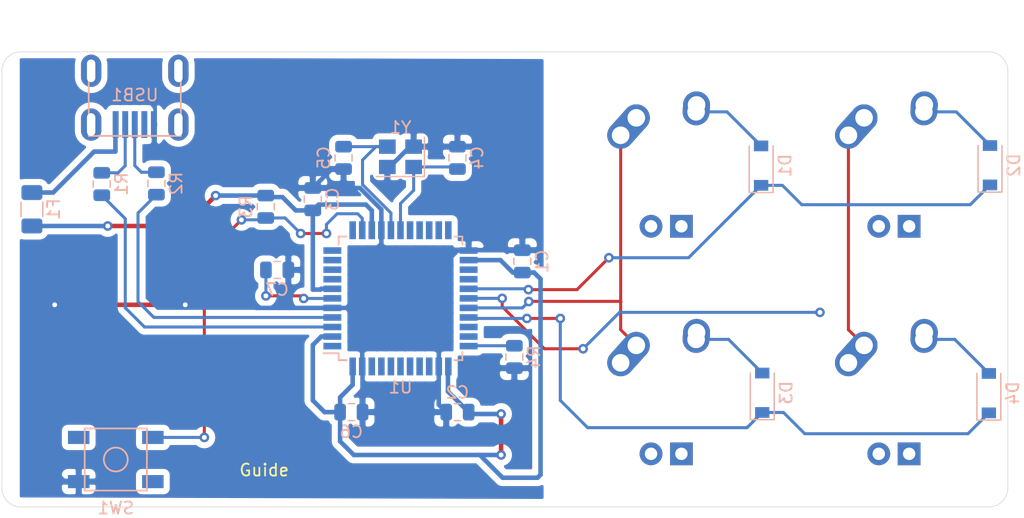
<source format=kicad_pcb>
(kicad_pcb (version 20171130) (host pcbnew "(5.1.6)-1")

  (general
    (thickness 1.6)
    (drawings 9)
    (tracks 229)
    (zones 0)
    (modules 24)
    (nets 45)
  )

  (page A4)
  (layers
    (0 F.Cu signal)
    (31 B.Cu signal)
    (32 B.Adhes user)
    (33 F.Adhes user)
    (34 B.Paste user)
    (35 F.Paste user)
    (36 B.SilkS user)
    (37 F.SilkS user)
    (38 B.Mask user)
    (39 F.Mask user)
    (40 Dwgs.User user)
    (41 Cmts.User user)
    (42 Eco1.User user)
    (43 Eco2.User user)
    (44 Edge.Cuts user)
    (45 Margin user)
    (46 B.CrtYd user)
    (47 F.CrtYd user)
    (48 B.Fab user)
    (49 F.Fab user)
  )

  (setup
    (last_trace_width 0.254)
    (trace_clearance 0.2)
    (zone_clearance 0.508)
    (zone_45_only no)
    (trace_min 0.2)
    (via_size 0.8)
    (via_drill 0.4)
    (via_min_size 0.4)
    (via_min_drill 0.3)
    (uvia_size 0.3)
    (uvia_drill 0.1)
    (uvias_allowed no)
    (uvia_min_size 0.2)
    (uvia_min_drill 0.1)
    (edge_width 0.05)
    (segment_width 0.2)
    (pcb_text_width 0.3)
    (pcb_text_size 1.5 1.5)
    (mod_edge_width 0.12)
    (mod_text_size 1 1)
    (mod_text_width 0.15)
    (pad_size 1.524 1.524)
    (pad_drill 0.762)
    (pad_to_mask_clearance 0.05)
    (aux_axis_origin 0 0)
    (visible_elements FFFFFF7F)
    (pcbplotparams
      (layerselection 0x010fc_ffffffff)
      (usegerberextensions false)
      (usegerberattributes true)
      (usegerberadvancedattributes true)
      (creategerberjobfile true)
      (excludeedgelayer true)
      (linewidth 0.100000)
      (plotframeref false)
      (viasonmask false)
      (mode 1)
      (useauxorigin false)
      (hpglpennumber 1)
      (hpglpenspeed 20)
      (hpglpendiameter 15.000000)
      (psnegative false)
      (psa4output false)
      (plotreference true)
      (plotvalue true)
      (plotinvisibletext false)
      (padsonsilk false)
      (subtractmaskfromsilk false)
      (outputformat 1)
      (mirror false)
      (drillshape 1)
      (scaleselection 1)
      (outputdirectory ""))
  )

  (net 0 "")
  (net 1 GND)
  (net 2 +5V)
  (net 3 "Net-(C4-Pad1)")
  (net 4 "Net-(C5-Pad1)")
  (net 5 "Net-(C7-Pad1)")
  (net 6 "Net-(D1-Pad2)")
  (net 7 ROW0)
  (net 8 "Net-(D2-Pad2)")
  (net 9 ROW1)
  (net 10 "Net-(D3-Pad2)")
  (net 11 "Net-(D4-Pad2)")
  (net 12 VCC)
  (net 13 COL0)
  (net 14 COL1)
  (net 15 D-)
  (net 16 "Net-(R1-Pad1)")
  (net 17 D+)
  (net 18 "Net-(R2-Pad1)")
  (net 19 "Net-(R3-Pad2)")
  (net 20 "Net-(R4-Pad2)")
  (net 21 "Net-(U1-Pad42)")
  (net 22 "Net-(U1-Pad41)")
  (net 23 "Net-(U1-Pad40)")
  (net 24 "Net-(U1-Pad39)")
  (net 25 "Net-(U1-Pad38)")
  (net 26 "Net-(U1-Pad37)")
  (net 27 "Net-(U1-Pad36)")
  (net 28 "Net-(U1-Pad32)")
  (net 29 "Net-(U1-Pad31)")
  (net 30 "Net-(U1-Pad26)")
  (net 31 "Net-(U1-Pad25)")
  (net 32 "Net-(U1-Pad22)")
  (net 33 "Net-(U1-Pad21)")
  (net 34 "Net-(U1-Pad20)")
  (net 35 "Net-(U1-Pad19)")
  (net 36 "Net-(U1-Pad18)")
  (net 37 "Net-(U1-Pad12)")
  (net 38 "Net-(U1-Pad11)")
  (net 39 "Net-(U1-Pad10)")
  (net 40 "Net-(U1-Pad9)")
  (net 41 "Net-(U1-Pad8)")
  (net 42 "Net-(U1-Pad1)")
  (net 43 "Net-(USB1-Pad6)")
  (net 44 "Net-(USB1-Pad2)")

  (net_class Default "This is the default net class."
    (clearance 0.2)
    (trace_width 0.254)
    (via_dia 0.8)
    (via_drill 0.4)
    (uvia_dia 0.3)
    (uvia_drill 0.1)
    (add_net COL0)
    (add_net COL1)
    (add_net D+)
    (add_net D-)
    (add_net "Net-(C4-Pad1)")
    (add_net "Net-(C5-Pad1)")
    (add_net "Net-(C7-Pad1)")
    (add_net "Net-(D1-Pad2)")
    (add_net "Net-(D2-Pad2)")
    (add_net "Net-(D3-Pad2)")
    (add_net "Net-(D4-Pad2)")
    (add_net "Net-(R1-Pad1)")
    (add_net "Net-(R2-Pad1)")
    (add_net "Net-(R3-Pad2)")
    (add_net "Net-(R4-Pad2)")
    (add_net "Net-(U1-Pad1)")
    (add_net "Net-(U1-Pad10)")
    (add_net "Net-(U1-Pad11)")
    (add_net "Net-(U1-Pad12)")
    (add_net "Net-(U1-Pad18)")
    (add_net "Net-(U1-Pad19)")
    (add_net "Net-(U1-Pad20)")
    (add_net "Net-(U1-Pad21)")
    (add_net "Net-(U1-Pad22)")
    (add_net "Net-(U1-Pad25)")
    (add_net "Net-(U1-Pad26)")
    (add_net "Net-(U1-Pad31)")
    (add_net "Net-(U1-Pad32)")
    (add_net "Net-(U1-Pad36)")
    (add_net "Net-(U1-Pad37)")
    (add_net "Net-(U1-Pad38)")
    (add_net "Net-(U1-Pad39)")
    (add_net "Net-(U1-Pad40)")
    (add_net "Net-(U1-Pad41)")
    (add_net "Net-(U1-Pad42)")
    (add_net "Net-(U1-Pad8)")
    (add_net "Net-(U1-Pad9)")
    (add_net "Net-(USB1-Pad2)")
    (add_net "Net-(USB1-Pad6)")
    (add_net ROW0)
    (add_net ROW1)
  )

  (net_class Power ""
    (clearance 0.2)
    (trace_width 0.381)
    (via_dia 0.8)
    (via_drill 0.4)
    (uvia_dia 0.3)
    (uvia_drill 0.1)
    (add_net +5V)
    (add_net GND)
    (add_net VCC)
  )

  (module MX_Alps_Hybrid:MX-1U (layer F.Cu) (tedit 5A9F3A9A) (tstamp 5EF1DA71)
    (at 132.55625 137.31875)
    (path /5EF6655B)
    (fp_text reference MX4 (at 0 3.175) (layer Dwgs.User)
      (effects (font (size 1 1) (thickness 0.15)))
    )
    (fp_text value MX-NoLED (at 0 -7.9375) (layer Dwgs.User)
      (effects (font (size 1 1) (thickness 0.15)))
    )
    (fp_line (start 5 -7) (end 7 -7) (layer Dwgs.User) (width 0.15))
    (fp_line (start 7 -7) (end 7 -5) (layer Dwgs.User) (width 0.15))
    (fp_line (start 5 7) (end 7 7) (layer Dwgs.User) (width 0.15))
    (fp_line (start 7 7) (end 7 5) (layer Dwgs.User) (width 0.15))
    (fp_line (start -7 5) (end -7 7) (layer Dwgs.User) (width 0.15))
    (fp_line (start -7 7) (end -5 7) (layer Dwgs.User) (width 0.15))
    (fp_line (start -5 -7) (end -7 -7) (layer Dwgs.User) (width 0.15))
    (fp_line (start -7 -7) (end -7 -5) (layer Dwgs.User) (width 0.15))
    (fp_line (start -9.525 -9.525) (end 9.525 -9.525) (layer Dwgs.User) (width 0.15))
    (fp_line (start 9.525 -9.525) (end 9.525 9.525) (layer Dwgs.User) (width 0.15))
    (fp_line (start 9.525 9.525) (end -9.525 9.525) (layer Dwgs.User) (width 0.15))
    (fp_line (start -9.525 9.525) (end -9.525 -9.525) (layer Dwgs.User) (width 0.15))
    (pad "" np_thru_hole circle (at 5.08 0 48.0996) (size 1.75 1.75) (drill 1.75) (layers *.Cu *.Mask))
    (pad "" np_thru_hole circle (at -5.08 0 48.0996) (size 1.75 1.75) (drill 1.75) (layers *.Cu *.Mask))
    (pad 4 thru_hole rect (at 1.27 5.08) (size 1.905 1.905) (drill 1.04) (layers *.Cu B.Mask))
    (pad 3 thru_hole circle (at -1.27 5.08) (size 1.905 1.905) (drill 1.04) (layers *.Cu B.Mask))
    (pad 1 thru_hole circle (at -2.5 -4) (size 2.25 2.25) (drill 1.47) (layers *.Cu B.Mask)
      (net 14 COL1))
    (pad "" np_thru_hole circle (at 0 0) (size 3.9878 3.9878) (drill 3.9878) (layers *.Cu *.Mask))
    (pad 1 thru_hole oval (at -3.81 -2.54 48.0996) (size 4.211556 2.25) (drill 1.47 (offset 0.980778 0)) (layers *.Cu B.Mask)
      (net 14 COL1))
    (pad 2 thru_hole circle (at 2.54 -5.08) (size 2.25 2.25) (drill 1.47) (layers *.Cu B.Mask)
      (net 11 "Net-(D4-Pad2)"))
    (pad 2 thru_hole oval (at 2.5 -4.5 86.0548) (size 2.831378 2.25) (drill 1.47 (offset 0.290689 0)) (layers *.Cu B.Mask)
      (net 11 "Net-(D4-Pad2)"))
  )

  (module MX_Alps_Hybrid:MX-1U (layer F.Cu) (tedit 5A9F3A9A) (tstamp 5EF1DA5A)
    (at 113.50625 137.31875)
    (path /5EF65208)
    (fp_text reference MX3 (at 0 3.175) (layer Dwgs.User)
      (effects (font (size 1 1) (thickness 0.15)))
    )
    (fp_text value MX-NoLED (at 0 -7.9375) (layer Dwgs.User)
      (effects (font (size 1 1) (thickness 0.15)))
    )
    (fp_line (start 5 -7) (end 7 -7) (layer Dwgs.User) (width 0.15))
    (fp_line (start 7 -7) (end 7 -5) (layer Dwgs.User) (width 0.15))
    (fp_line (start 5 7) (end 7 7) (layer Dwgs.User) (width 0.15))
    (fp_line (start 7 7) (end 7 5) (layer Dwgs.User) (width 0.15))
    (fp_line (start -7 5) (end -7 7) (layer Dwgs.User) (width 0.15))
    (fp_line (start -7 7) (end -5 7) (layer Dwgs.User) (width 0.15))
    (fp_line (start -5 -7) (end -7 -7) (layer Dwgs.User) (width 0.15))
    (fp_line (start -7 -7) (end -7 -5) (layer Dwgs.User) (width 0.15))
    (fp_line (start -9.525 -9.525) (end 9.525 -9.525) (layer Dwgs.User) (width 0.15))
    (fp_line (start 9.525 -9.525) (end 9.525 9.525) (layer Dwgs.User) (width 0.15))
    (fp_line (start 9.525 9.525) (end -9.525 9.525) (layer Dwgs.User) (width 0.15))
    (fp_line (start -9.525 9.525) (end -9.525 -9.525) (layer Dwgs.User) (width 0.15))
    (pad "" np_thru_hole circle (at 5.08 0 48.0996) (size 1.75 1.75) (drill 1.75) (layers *.Cu *.Mask))
    (pad "" np_thru_hole circle (at -5.08 0 48.0996) (size 1.75 1.75) (drill 1.75) (layers *.Cu *.Mask))
    (pad 4 thru_hole rect (at 1.27 5.08) (size 1.905 1.905) (drill 1.04) (layers *.Cu B.Mask))
    (pad 3 thru_hole circle (at -1.27 5.08) (size 1.905 1.905) (drill 1.04) (layers *.Cu B.Mask))
    (pad 1 thru_hole circle (at -2.5 -4) (size 2.25 2.25) (drill 1.47) (layers *.Cu B.Mask)
      (net 13 COL0))
    (pad "" np_thru_hole circle (at 0 0) (size 3.9878 3.9878) (drill 3.9878) (layers *.Cu *.Mask))
    (pad 1 thru_hole oval (at -3.81 -2.54 48.0996) (size 4.211556 2.25) (drill 1.47 (offset 0.980778 0)) (layers *.Cu B.Mask)
      (net 13 COL0))
    (pad 2 thru_hole circle (at 2.54 -5.08) (size 2.25 2.25) (drill 1.47) (layers *.Cu B.Mask)
      (net 10 "Net-(D3-Pad2)"))
    (pad 2 thru_hole oval (at 2.5 -4.5 86.0548) (size 2.831378 2.25) (drill 1.47 (offset 0.290689 0)) (layers *.Cu B.Mask)
      (net 10 "Net-(D3-Pad2)"))
  )

  (module MX_Alps_Hybrid:MX-1U locked (layer F.Cu) (tedit 5A9F3A9A) (tstamp 5EF1DA43)
    (at 132.55625 118.26875)
    (path /5EF62352)
    (fp_text reference MX2 (at 0 3.175) (layer Dwgs.User)
      (effects (font (size 1 1) (thickness 0.15)))
    )
    (fp_text value MX-NoLED (at 0 -7.9375) (layer Dwgs.User)
      (effects (font (size 1 1) (thickness 0.15)))
    )
    (fp_line (start 5 -7) (end 7 -7) (layer Dwgs.User) (width 0.15))
    (fp_line (start 7 -7) (end 7 -5) (layer Dwgs.User) (width 0.15))
    (fp_line (start 5 7) (end 7 7) (layer Dwgs.User) (width 0.15))
    (fp_line (start 7 7) (end 7 5) (layer Dwgs.User) (width 0.15))
    (fp_line (start -7 5) (end -7 7) (layer Dwgs.User) (width 0.15))
    (fp_line (start -7 7) (end -5 7) (layer Dwgs.User) (width 0.15))
    (fp_line (start -5 -7) (end -7 -7) (layer Dwgs.User) (width 0.15))
    (fp_line (start -7 -7) (end -7 -5) (layer Dwgs.User) (width 0.15))
    (fp_line (start -9.525 -9.525) (end 9.525 -9.525) (layer Dwgs.User) (width 0.15))
    (fp_line (start 9.525 -9.525) (end 9.525 9.525) (layer Dwgs.User) (width 0.15))
    (fp_line (start 9.525 9.525) (end -9.525 9.525) (layer Dwgs.User) (width 0.15))
    (fp_line (start -9.525 9.525) (end -9.525 -9.525) (layer Dwgs.User) (width 0.15))
    (pad "" np_thru_hole circle (at 5.08 0 48.0996) (size 1.75 1.75) (drill 1.75) (layers *.Cu *.Mask))
    (pad "" np_thru_hole circle (at -5.08 0 48.0996) (size 1.75 1.75) (drill 1.75) (layers *.Cu *.Mask))
    (pad 4 thru_hole rect (at 1.27 5.08) (size 1.905 1.905) (drill 1.04) (layers *.Cu B.Mask))
    (pad 3 thru_hole circle (at -1.27 5.08) (size 1.905 1.905) (drill 1.04) (layers *.Cu B.Mask))
    (pad 1 thru_hole circle (at -2.5 -4) (size 2.25 2.25) (drill 1.47) (layers *.Cu B.Mask)
      (net 14 COL1))
    (pad "" np_thru_hole circle (at 0 0) (size 3.9878 3.9878) (drill 3.9878) (layers *.Cu *.Mask))
    (pad 1 thru_hole oval (at -3.81 -2.54 48.0996) (size 4.211556 2.25) (drill 1.47 (offset 0.980778 0)) (layers *.Cu B.Mask)
      (net 14 COL1))
    (pad 2 thru_hole circle (at 2.54 -5.08) (size 2.25 2.25) (drill 1.47) (layers *.Cu B.Mask)
      (net 8 "Net-(D2-Pad2)"))
    (pad 2 thru_hole oval (at 2.5 -4.5 86.0548) (size 2.831378 2.25) (drill 1.47 (offset 0.290689 0)) (layers *.Cu B.Mask)
      (net 8 "Net-(D2-Pad2)"))
  )

  (module MX_Alps_Hybrid:MX-1U (layer F.Cu) (tedit 5A9F3A9A) (tstamp 5EF1DA2C)
    (at 113.50625 118.26875)
    (path /5EF4ED85)
    (fp_text reference MX1 (at 0 3.175) (layer Dwgs.User)
      (effects (font (size 1 1) (thickness 0.15)))
    )
    (fp_text value MX-NoLED (at 0 -7.9375) (layer Dwgs.User)
      (effects (font (size 1 1) (thickness 0.15)))
    )
    (fp_line (start 5 -7) (end 7 -7) (layer Dwgs.User) (width 0.15))
    (fp_line (start 7 -7) (end 7 -5) (layer Dwgs.User) (width 0.15))
    (fp_line (start 5 7) (end 7 7) (layer Dwgs.User) (width 0.15))
    (fp_line (start 7 7) (end 7 5) (layer Dwgs.User) (width 0.15))
    (fp_line (start -7 5) (end -7 7) (layer Dwgs.User) (width 0.15))
    (fp_line (start -7 7) (end -5 7) (layer Dwgs.User) (width 0.15))
    (fp_line (start -5 -7) (end -7 -7) (layer Dwgs.User) (width 0.15))
    (fp_line (start -7 -7) (end -7 -5) (layer Dwgs.User) (width 0.15))
    (fp_line (start -9.525 -9.525) (end 9.525 -9.525) (layer Dwgs.User) (width 0.15))
    (fp_line (start 9.525 -9.525) (end 9.525 9.525) (layer Dwgs.User) (width 0.15))
    (fp_line (start 9.525 9.525) (end -9.525 9.525) (layer Dwgs.User) (width 0.15))
    (fp_line (start -9.525 9.525) (end -9.525 -9.525) (layer Dwgs.User) (width 0.15))
    (pad "" np_thru_hole circle (at 5.08 0 48.0996) (size 1.75 1.75) (drill 1.75) (layers *.Cu *.Mask))
    (pad "" np_thru_hole circle (at -5.08 0 48.0996) (size 1.75 1.75) (drill 1.75) (layers *.Cu *.Mask))
    (pad 4 thru_hole rect (at 1.27 5.08) (size 1.905 1.905) (drill 1.04) (layers *.Cu B.Mask))
    (pad 3 thru_hole circle (at -1.27 5.08) (size 1.905 1.905) (drill 1.04) (layers *.Cu B.Mask))
    (pad 1 thru_hole circle (at -2.5 -4) (size 2.25 2.25) (drill 1.47) (layers *.Cu B.Mask)
      (net 13 COL0))
    (pad "" np_thru_hole circle (at 0 0) (size 3.9878 3.9878) (drill 3.9878) (layers *.Cu *.Mask))
    (pad 1 thru_hole oval (at -3.81 -2.54 48.0996) (size 4.211556 2.25) (drill 1.47 (offset 0.980778 0)) (layers *.Cu B.Mask)
      (net 13 COL0))
    (pad 2 thru_hole circle (at 2.54 -5.08) (size 2.25 2.25) (drill 1.47) (layers *.Cu B.Mask)
      (net 6 "Net-(D1-Pad2)"))
    (pad 2 thru_hole oval (at 2.5 -4.5 86.0548) (size 2.831378 2.25) (drill 1.47 (offset 0.290689 0)) (layers *.Cu B.Mask)
      (net 6 "Net-(D1-Pad2)"))
  )

  (module Crystal:Crystal_SMD_3225-4Pin_3.2x2.5mm (layer B.Cu) (tedit 5A0FD1B2) (tstamp 5EF1DB4A)
    (at 91.28125 117.53125 180)
    (descr "SMD Crystal SERIES SMD3225/4 http://www.txccrystal.com/images/pdf/7m-accuracy.pdf, 3.2x2.5mm^2 package")
    (tags "SMD SMT crystal")
    (path /5EF2CCDB)
    (attr smd)
    (fp_text reference Y1 (at 0 2.45) (layer B.SilkS)
      (effects (font (size 1 1) (thickness 0.15)) (justify mirror))
    )
    (fp_text value 16MHz (at 0 -2.45) (layer B.Fab)
      (effects (font (size 1 1) (thickness 0.15)) (justify mirror))
    )
    (fp_text user %R (at 0 0) (layer B.Fab)
      (effects (font (size 0.7 0.7) (thickness 0.105)) (justify mirror))
    )
    (fp_line (start -1.6 1.25) (end -1.6 -1.25) (layer B.Fab) (width 0.1))
    (fp_line (start -1.6 -1.25) (end 1.6 -1.25) (layer B.Fab) (width 0.1))
    (fp_line (start 1.6 -1.25) (end 1.6 1.25) (layer B.Fab) (width 0.1))
    (fp_line (start 1.6 1.25) (end -1.6 1.25) (layer B.Fab) (width 0.1))
    (fp_line (start -1.6 -0.25) (end -0.6 -1.25) (layer B.Fab) (width 0.1))
    (fp_line (start -2 1.65) (end -2 -1.65) (layer B.SilkS) (width 0.12))
    (fp_line (start -2 -1.65) (end 2 -1.65) (layer B.SilkS) (width 0.12))
    (fp_line (start -2.1 1.7) (end -2.1 -1.7) (layer B.CrtYd) (width 0.05))
    (fp_line (start -2.1 -1.7) (end 2.1 -1.7) (layer B.CrtYd) (width 0.05))
    (fp_line (start 2.1 -1.7) (end 2.1 1.7) (layer B.CrtYd) (width 0.05))
    (fp_line (start 2.1 1.7) (end -2.1 1.7) (layer B.CrtYd) (width 0.05))
    (pad 4 smd rect (at -1.1 0.85 180) (size 1.4 1.2) (layers B.Cu B.Paste B.Mask)
      (net 1 GND))
    (pad 3 smd rect (at 1.1 0.85 180) (size 1.4 1.2) (layers B.Cu B.Paste B.Mask)
      (net 4 "Net-(C5-Pad1)"))
    (pad 2 smd rect (at 1.1 -0.85 180) (size 1.4 1.2) (layers B.Cu B.Paste B.Mask)
      (net 1 GND))
    (pad 1 smd rect (at -1.1 -0.85 180) (size 1.4 1.2) (layers B.Cu B.Paste B.Mask)
      (net 3 "Net-(C4-Pad1)"))
    (model ${KISYS3DMOD}/Crystal.3dshapes/Crystal_SMD_3225-4Pin_3.2x2.5mm.wrl
      (at (xyz 0 0 0))
      (scale (xyz 1 1 1))
      (rotate (xyz 0 0 0))
    )
  )

  (module random-keyboard-parts:Molex-0548190589 locked (layer B.Cu) (tedit 5C494815) (tstamp 5EF1DB36)
    (at 69.05625 110.33125 270)
    (path /5EF430C3)
    (attr smd)
    (fp_text reference USB1 (at 2.032 0 180) (layer B.SilkS)
      (effects (font (size 1 1) (thickness 0.15)) (justify mirror))
    )
    (fp_text value Molex-0548190589 (at -5.08 0 180) (layer Dwgs.User)
      (effects (font (size 1 1) (thickness 0.15)))
    )
    (fp_text user %R (at 2 0 180) (layer B.CrtYd)
      (effects (font (size 1 1) (thickness 0.15)) (justify mirror))
    )
    (fp_line (start -3.75 3.85) (end -3.75 -3.85) (layer Dwgs.User) (width 0.15))
    (fp_line (start -1.75 4.572) (end -1.75 -4.572) (layer Dwgs.User) (width 0.15))
    (fp_line (start -3.75 -3.85) (end 0 -3.85) (layer Dwgs.User) (width 0.15))
    (fp_line (start -3.75 3.85) (end 0 3.85) (layer Dwgs.User) (width 0.15))
    (fp_line (start 5.45 3.85) (end 5.45 -3.85) (layer B.SilkS) (width 0.15))
    (fp_line (start 0 -3.85) (end 5.45 -3.85) (layer B.SilkS) (width 0.15))
    (fp_line (start 0 3.85) (end 5.45 3.85) (layer B.SilkS) (width 0.15))
    (fp_line (start -3.75 3.75) (end 5.5 3.75) (layer B.CrtYd) (width 0.15))
    (fp_line (start 5.5 3.75) (end 5.5 -3.75) (layer B.CrtYd) (width 0.15))
    (fp_line (start 5.5 -3.75) (end -3.75 -3.75) (layer B.CrtYd) (width 0.15))
    (fp_line (start -3.75 -3.75) (end -3.75 3.75) (layer B.CrtYd) (width 0.15))
    (fp_line (start 5.5 2) (end 3.25 2) (layer B.CrtYd) (width 0.15))
    (fp_line (start 3.25 2) (end 3.25 -2) (layer B.CrtYd) (width 0.15))
    (fp_line (start 3.25 -2) (end 5.5 -2) (layer B.CrtYd) (width 0.15))
    (fp_line (start 5.5 -1.25) (end 3.25 -1.25) (layer B.CrtYd) (width 0.15))
    (fp_line (start 3.25 -0.5) (end 5.5 -0.5) (layer B.CrtYd) (width 0.15))
    (fp_line (start 5.5 0.5) (end 3.25 0.5) (layer B.CrtYd) (width 0.15))
    (fp_line (start 3.25 1.25) (end 5.5 1.25) (layer B.CrtYd) (width 0.15))
    (pad 6 thru_hole oval (at 0 3.65 270) (size 2.7 1.7) (drill oval 1.9 0.7) (layers *.Cu *.Mask)
      (net 43 "Net-(USB1-Pad6)"))
    (pad 6 thru_hole oval (at 0 -3.65 270) (size 2.7 1.7) (drill oval 1.9 0.7) (layers *.Cu *.Mask)
      (net 43 "Net-(USB1-Pad6)"))
    (pad 6 thru_hole oval (at 4.5 -3.65 270) (size 2.7 1.7) (drill oval 1.9 0.7) (layers *.Cu *.Mask)
      (net 43 "Net-(USB1-Pad6)"))
    (pad 6 thru_hole oval (at 4.5 3.65 270) (size 2.7 1.7) (drill oval 1.9 0.7) (layers *.Cu *.Mask)
      (net 43 "Net-(USB1-Pad6)"))
    (pad 5 smd rect (at 4.5 1.6 270) (size 2.25 0.5) (layers B.Cu B.Paste B.Mask)
      (net 12 VCC))
    (pad 4 smd rect (at 4.5 0.8 270) (size 2.25 0.5) (layers B.Cu B.Paste B.Mask)
      (net 15 D-))
    (pad 3 smd rect (at 4.5 0 270) (size 2.25 0.5) (layers B.Cu B.Paste B.Mask)
      (net 17 D+))
    (pad 2 smd rect (at 4.5 -0.8 270) (size 2.25 0.5) (layers B.Cu B.Paste B.Mask)
      (net 44 "Net-(USB1-Pad2)"))
    (pad 1 smd rect (at 4.5 -1.6 270) (size 2.25 0.5) (layers B.Cu B.Paste B.Mask)
      (net 1 GND))
  )

  (module Package_QFP:TQFP-44_10x10mm_P0.8mm (layer B.Cu) (tedit 5A02F146) (tstamp 5EF1DB16)
    (at 91.28125 129.38125)
    (descr "44-Lead Plastic Thin Quad Flatpack (PT) - 10x10x1.0 mm Body [TQFP] (see Microchip Packaging Specification 00000049BS.pdf)")
    (tags "QFP 0.8")
    (path /5EF16DC8)
    (attr smd)
    (fp_text reference U1 (at 0 7.45) (layer B.SilkS)
      (effects (font (size 1 1) (thickness 0.15)) (justify mirror))
    )
    (fp_text value ATmega32U4-AU (at 0 -7.45) (layer B.Fab)
      (effects (font (size 1 1) (thickness 0.15)) (justify mirror))
    )
    (fp_text user %R (at 0 0) (layer B.Fab)
      (effects (font (size 1 1) (thickness 0.15)) (justify mirror))
    )
    (fp_line (start -4 5) (end 5 5) (layer B.Fab) (width 0.15))
    (fp_line (start 5 5) (end 5 -5) (layer B.Fab) (width 0.15))
    (fp_line (start 5 -5) (end -5 -5) (layer B.Fab) (width 0.15))
    (fp_line (start -5 -5) (end -5 4) (layer B.Fab) (width 0.15))
    (fp_line (start -5 4) (end -4 5) (layer B.Fab) (width 0.15))
    (fp_line (start -6.7 6.7) (end -6.7 -6.7) (layer B.CrtYd) (width 0.05))
    (fp_line (start 6.7 6.7) (end 6.7 -6.7) (layer B.CrtYd) (width 0.05))
    (fp_line (start -6.7 6.7) (end 6.7 6.7) (layer B.CrtYd) (width 0.05))
    (fp_line (start -6.7 -6.7) (end 6.7 -6.7) (layer B.CrtYd) (width 0.05))
    (fp_line (start -5.175 5.175) (end -5.175 4.6) (layer B.SilkS) (width 0.15))
    (fp_line (start 5.175 5.175) (end 5.175 4.5) (layer B.SilkS) (width 0.15))
    (fp_line (start 5.175 -5.175) (end 5.175 -4.5) (layer B.SilkS) (width 0.15))
    (fp_line (start -5.175 -5.175) (end -5.175 -4.5) (layer B.SilkS) (width 0.15))
    (fp_line (start -5.175 5.175) (end -4.5 5.175) (layer B.SilkS) (width 0.15))
    (fp_line (start -5.175 -5.175) (end -4.5 -5.175) (layer B.SilkS) (width 0.15))
    (fp_line (start 5.175 -5.175) (end 4.5 -5.175) (layer B.SilkS) (width 0.15))
    (fp_line (start 5.175 5.175) (end 4.5 5.175) (layer B.SilkS) (width 0.15))
    (fp_line (start -5.175 4.6) (end -6.45 4.6) (layer B.SilkS) (width 0.15))
    (pad 44 smd rect (at -4 5.7 270) (size 1.5 0.55) (layers B.Cu B.Paste B.Mask)
      (net 2 +5V))
    (pad 43 smd rect (at -3.2 5.7 270) (size 1.5 0.55) (layers B.Cu B.Paste B.Mask)
      (net 1 GND))
    (pad 42 smd rect (at -2.4 5.7 270) (size 1.5 0.55) (layers B.Cu B.Paste B.Mask)
      (net 21 "Net-(U1-Pad42)"))
    (pad 41 smd rect (at -1.6 5.7 270) (size 1.5 0.55) (layers B.Cu B.Paste B.Mask)
      (net 22 "Net-(U1-Pad41)"))
    (pad 40 smd rect (at -0.8 5.7 270) (size 1.5 0.55) (layers B.Cu B.Paste B.Mask)
      (net 23 "Net-(U1-Pad40)"))
    (pad 39 smd rect (at 0 5.7 270) (size 1.5 0.55) (layers B.Cu B.Paste B.Mask)
      (net 24 "Net-(U1-Pad39)"))
    (pad 38 smd rect (at 0.8 5.7 270) (size 1.5 0.55) (layers B.Cu B.Paste B.Mask)
      (net 25 "Net-(U1-Pad38)"))
    (pad 37 smd rect (at 1.6 5.7 270) (size 1.5 0.55) (layers B.Cu B.Paste B.Mask)
      (net 26 "Net-(U1-Pad37)"))
    (pad 36 smd rect (at 2.4 5.7 270) (size 1.5 0.55) (layers B.Cu B.Paste B.Mask)
      (net 27 "Net-(U1-Pad36)"))
    (pad 35 smd rect (at 3.2 5.7 270) (size 1.5 0.55) (layers B.Cu B.Paste B.Mask)
      (net 1 GND))
    (pad 34 smd rect (at 4 5.7 270) (size 1.5 0.55) (layers B.Cu B.Paste B.Mask)
      (net 2 +5V))
    (pad 33 smd rect (at 5.7 4) (size 1.5 0.55) (layers B.Cu B.Paste B.Mask)
      (net 20 "Net-(R4-Pad2)"))
    (pad 32 smd rect (at 5.7 3.2) (size 1.5 0.55) (layers B.Cu B.Paste B.Mask)
      (net 28 "Net-(U1-Pad32)"))
    (pad 31 smd rect (at 5.7 2.4) (size 1.5 0.55) (layers B.Cu B.Paste B.Mask)
      (net 29 "Net-(U1-Pad31)"))
    (pad 30 smd rect (at 5.7 1.6) (size 1.5 0.55) (layers B.Cu B.Paste B.Mask)
      (net 9 ROW1))
    (pad 29 smd rect (at 5.7 0.8) (size 1.5 0.55) (layers B.Cu B.Paste B.Mask)
      (net 13 COL0))
    (pad 28 smd rect (at 5.7 0) (size 1.5 0.55) (layers B.Cu B.Paste B.Mask)
      (net 14 COL1))
    (pad 27 smd rect (at 5.7 -0.8) (size 1.5 0.55) (layers B.Cu B.Paste B.Mask)
      (net 7 ROW0))
    (pad 26 smd rect (at 5.7 -1.6) (size 1.5 0.55) (layers B.Cu B.Paste B.Mask)
      (net 30 "Net-(U1-Pad26)"))
    (pad 25 smd rect (at 5.7 -2.4) (size 1.5 0.55) (layers B.Cu B.Paste B.Mask)
      (net 31 "Net-(U1-Pad25)"))
    (pad 24 smd rect (at 5.7 -3.2) (size 1.5 0.55) (layers B.Cu B.Paste B.Mask)
      (net 2 +5V))
    (pad 23 smd rect (at 5.7 -4) (size 1.5 0.55) (layers B.Cu B.Paste B.Mask)
      (net 1 GND))
    (pad 22 smd rect (at 4 -5.7 270) (size 1.5 0.55) (layers B.Cu B.Paste B.Mask)
      (net 32 "Net-(U1-Pad22)"))
    (pad 21 smd rect (at 3.2 -5.7 270) (size 1.5 0.55) (layers B.Cu B.Paste B.Mask)
      (net 33 "Net-(U1-Pad21)"))
    (pad 20 smd rect (at 2.4 -5.7 270) (size 1.5 0.55) (layers B.Cu B.Paste B.Mask)
      (net 34 "Net-(U1-Pad20)"))
    (pad 19 smd rect (at 1.6 -5.7 270) (size 1.5 0.55) (layers B.Cu B.Paste B.Mask)
      (net 35 "Net-(U1-Pad19)"))
    (pad 18 smd rect (at 0.8 -5.7 270) (size 1.5 0.55) (layers B.Cu B.Paste B.Mask)
      (net 36 "Net-(U1-Pad18)"))
    (pad 17 smd rect (at 0 -5.7 270) (size 1.5 0.55) (layers B.Cu B.Paste B.Mask)
      (net 3 "Net-(C4-Pad1)"))
    (pad 16 smd rect (at -0.8 -5.7 270) (size 1.5 0.55) (layers B.Cu B.Paste B.Mask)
      (net 4 "Net-(C5-Pad1)"))
    (pad 15 smd rect (at -1.6 -5.7 270) (size 1.5 0.55) (layers B.Cu B.Paste B.Mask)
      (net 1 GND))
    (pad 14 smd rect (at -2.4 -5.7 270) (size 1.5 0.55) (layers B.Cu B.Paste B.Mask)
      (net 2 +5V))
    (pad 13 smd rect (at -3.2 -5.7 270) (size 1.5 0.55) (layers B.Cu B.Paste B.Mask)
      (net 19 "Net-(R3-Pad2)"))
    (pad 12 smd rect (at -4 -5.7 270) (size 1.5 0.55) (layers B.Cu B.Paste B.Mask)
      (net 37 "Net-(U1-Pad12)"))
    (pad 11 smd rect (at -5.7 -4) (size 1.5 0.55) (layers B.Cu B.Paste B.Mask)
      (net 38 "Net-(U1-Pad11)"))
    (pad 10 smd rect (at -5.7 -3.2) (size 1.5 0.55) (layers B.Cu B.Paste B.Mask)
      (net 39 "Net-(U1-Pad10)"))
    (pad 9 smd rect (at -5.7 -2.4) (size 1.5 0.55) (layers B.Cu B.Paste B.Mask)
      (net 40 "Net-(U1-Pad9)"))
    (pad 8 smd rect (at -5.7 -1.6) (size 1.5 0.55) (layers B.Cu B.Paste B.Mask)
      (net 41 "Net-(U1-Pad8)"))
    (pad 7 smd rect (at -5.7 -0.8) (size 1.5 0.55) (layers B.Cu B.Paste B.Mask)
      (net 2 +5V))
    (pad 6 smd rect (at -5.7 0) (size 1.5 0.55) (layers B.Cu B.Paste B.Mask)
      (net 5 "Net-(C7-Pad1)"))
    (pad 5 smd rect (at -5.7 0.8) (size 1.5 0.55) (layers B.Cu B.Paste B.Mask)
      (net 1 GND))
    (pad 4 smd rect (at -5.7 1.6) (size 1.5 0.55) (layers B.Cu B.Paste B.Mask)
      (net 18 "Net-(R2-Pad1)"))
    (pad 3 smd rect (at -5.7 2.4) (size 1.5 0.55) (layers B.Cu B.Paste B.Mask)
      (net 16 "Net-(R1-Pad1)"))
    (pad 2 smd rect (at -5.7 3.2) (size 1.5 0.55) (layers B.Cu B.Paste B.Mask)
      (net 2 +5V))
    (pad 1 smd rect (at -5.7 4) (size 1.5 0.55) (layers B.Cu B.Paste B.Mask)
      (net 42 "Net-(U1-Pad1)"))
    (model ${KISYS3DMOD}/Package_QFP.3dshapes/TQFP-44_10x10mm_P0.8mm.wrl
      (at (xyz 0 0 0))
      (scale (xyz 1 1 1))
      (rotate (xyz 0 0 0))
    )
  )

  (module random-keyboard-parts:SKQG-1155865 (layer B.Cu) (tedit 5E62B398) (tstamp 5EF1DAD3)
    (at 67.46875 142.875 180)
    (path /5EF3A906)
    (attr smd)
    (fp_text reference SW1 (at 0 -4.064) (layer B.SilkS)
      (effects (font (size 1 1) (thickness 0.15)) (justify mirror))
    )
    (fp_text value SW_Push (at 0 4.064) (layer B.Fab)
      (effects (font (size 1 1) (thickness 0.15)) (justify mirror))
    )
    (fp_line (start -2.6 -1.1) (end -1.1 -2.6) (layer B.Fab) (width 0.15))
    (fp_line (start 2.6 -1.1) (end 1.1 -2.6) (layer B.Fab) (width 0.15))
    (fp_line (start 2.6 1.1) (end 1.1 2.6) (layer B.Fab) (width 0.15))
    (fp_line (start -2.6 1.1) (end -1.1 2.6) (layer B.Fab) (width 0.15))
    (fp_circle (center 0 0) (end 1 0) (layer B.Fab) (width 0.15))
    (fp_line (start -4.2 1.1) (end -4.2 2.6) (layer B.Fab) (width 0.15))
    (fp_line (start -2.6 1.1) (end -4.2 1.1) (layer B.Fab) (width 0.15))
    (fp_line (start -2.6 -1.1) (end -2.6 1.1) (layer B.Fab) (width 0.15))
    (fp_line (start -4.2 -1.1) (end -2.6 -1.1) (layer B.Fab) (width 0.15))
    (fp_line (start -4.2 -2.6) (end -4.2 -1.1) (layer B.Fab) (width 0.15))
    (fp_line (start 4.2 -2.6) (end -4.2 -2.6) (layer B.Fab) (width 0.15))
    (fp_line (start 4.2 -1.1) (end 4.2 -2.6) (layer B.Fab) (width 0.15))
    (fp_line (start 2.6 -1.1) (end 4.2 -1.1) (layer B.Fab) (width 0.15))
    (fp_line (start 2.6 1.1) (end 2.6 -1.1) (layer B.Fab) (width 0.15))
    (fp_line (start 4.2 1.1) (end 2.6 1.1) (layer B.Fab) (width 0.15))
    (fp_line (start 4.2 2.6) (end 4.2 1.2) (layer B.Fab) (width 0.15))
    (fp_line (start -4.2 2.6) (end 4.2 2.6) (layer B.Fab) (width 0.15))
    (fp_circle (center 0 0) (end 1 0) (layer B.SilkS) (width 0.15))
    (fp_line (start -2.6 -2.6) (end -2.6 2.6) (layer B.SilkS) (width 0.15))
    (fp_line (start 2.6 -2.6) (end -2.6 -2.6) (layer B.SilkS) (width 0.15))
    (fp_line (start 2.6 2.6) (end 2.6 -2.6) (layer B.SilkS) (width 0.15))
    (fp_line (start -2.6 2.6) (end 2.6 2.6) (layer B.SilkS) (width 0.15))
    (pad 4 smd rect (at -3.1 -1.85 180) (size 1.8 1.1) (layers B.Cu B.Paste B.Mask))
    (pad 3 smd rect (at 3.1 1.85 180) (size 1.8 1.1) (layers B.Cu B.Paste B.Mask))
    (pad 2 smd rect (at -3.1 1.85 180) (size 1.8 1.1) (layers B.Cu B.Paste B.Mask)
      (net 19 "Net-(R3-Pad2)"))
    (pad 1 smd rect (at 3.1 -1.85 180) (size 1.8 1.1) (layers B.Cu B.Paste B.Mask)
      (net 1 GND))
    (model ${KISYS3DMOD}/Button_Switch_SMD.3dshapes/SW_SPST_TL3342.step
      (at (xyz 0 0 0))
      (scale (xyz 1 1 1))
      (rotate (xyz 0 0 0))
    )
  )

  (module Resistor_SMD:R_0805_2012Metric (layer B.Cu) (tedit 5B36C52B) (tstamp 5EF1DAB5)
    (at 100.80625 134.2875 90)
    (descr "Resistor SMD 0805 (2012 Metric), square (rectangular) end terminal, IPC_7351 nominal, (Body size source: https://docs.google.com/spreadsheets/d/1BsfQQcO9C6DZCsRaXUlFlo91Tg2WpOkGARC1WS5S8t0/edit?usp=sharing), generated with kicad-footprint-generator")
    (tags resistor)
    (path /5EF1C10E)
    (attr smd)
    (fp_text reference R4 (at 0 1.65 270) (layer B.SilkS)
      (effects (font (size 1 1) (thickness 0.15)) (justify mirror))
    )
    (fp_text value 10k (at 0 -1.65 270) (layer B.Fab)
      (effects (font (size 1 1) (thickness 0.15)) (justify mirror))
    )
    (fp_text user %R (at 0 0 270) (layer B.Fab)
      (effects (font (size 0.5 0.5) (thickness 0.08)) (justify mirror))
    )
    (fp_line (start -1 -0.6) (end -1 0.6) (layer B.Fab) (width 0.1))
    (fp_line (start -1 0.6) (end 1 0.6) (layer B.Fab) (width 0.1))
    (fp_line (start 1 0.6) (end 1 -0.6) (layer B.Fab) (width 0.1))
    (fp_line (start 1 -0.6) (end -1 -0.6) (layer B.Fab) (width 0.1))
    (fp_line (start -0.258578 0.71) (end 0.258578 0.71) (layer B.SilkS) (width 0.12))
    (fp_line (start -0.258578 -0.71) (end 0.258578 -0.71) (layer B.SilkS) (width 0.12))
    (fp_line (start -1.68 -0.95) (end -1.68 0.95) (layer B.CrtYd) (width 0.05))
    (fp_line (start -1.68 0.95) (end 1.68 0.95) (layer B.CrtYd) (width 0.05))
    (fp_line (start 1.68 0.95) (end 1.68 -0.95) (layer B.CrtYd) (width 0.05))
    (fp_line (start 1.68 -0.95) (end -1.68 -0.95) (layer B.CrtYd) (width 0.05))
    (pad 2 smd roundrect (at 0.9375 0 90) (size 0.975 1.4) (layers B.Cu B.Paste B.Mask) (roundrect_rratio 0.25)
      (net 20 "Net-(R4-Pad2)"))
    (pad 1 smd roundrect (at -0.9375 0 90) (size 0.975 1.4) (layers B.Cu B.Paste B.Mask) (roundrect_rratio 0.25)
      (net 1 GND))
    (model ${KISYS3DMOD}/Resistor_SMD.3dshapes/R_0805_2012Metric.wrl
      (at (xyz 0 0 0))
      (scale (xyz 1 1 1))
      (rotate (xyz 0 0 0))
    )
  )

  (module Resistor_SMD:R_0805_2012Metric (layer B.Cu) (tedit 5B36C52B) (tstamp 5EF1DAA4)
    (at 80.01 121.7145 270)
    (descr "Resistor SMD 0805 (2012 Metric), square (rectangular) end terminal, IPC_7351 nominal, (Body size source: https://docs.google.com/spreadsheets/d/1BsfQQcO9C6DZCsRaXUlFlo91Tg2WpOkGARC1WS5S8t0/edit?usp=sharing), generated with kicad-footprint-generator")
    (tags resistor)
    (path /5EF3EA1F)
    (attr smd)
    (fp_text reference R3 (at 0 1.65 90) (layer B.SilkS)
      (effects (font (size 1 1) (thickness 0.15)) (justify mirror))
    )
    (fp_text value 10k (at 0 -1.65 90) (layer B.Fab)
      (effects (font (size 1 1) (thickness 0.15)) (justify mirror))
    )
    (fp_text user %R (at 0 0 90) (layer B.Fab)
      (effects (font (size 0.5 0.5) (thickness 0.08)) (justify mirror))
    )
    (fp_line (start -1 -0.6) (end -1 0.6) (layer B.Fab) (width 0.1))
    (fp_line (start -1 0.6) (end 1 0.6) (layer B.Fab) (width 0.1))
    (fp_line (start 1 0.6) (end 1 -0.6) (layer B.Fab) (width 0.1))
    (fp_line (start 1 -0.6) (end -1 -0.6) (layer B.Fab) (width 0.1))
    (fp_line (start -0.258578 0.71) (end 0.258578 0.71) (layer B.SilkS) (width 0.12))
    (fp_line (start -0.258578 -0.71) (end 0.258578 -0.71) (layer B.SilkS) (width 0.12))
    (fp_line (start -1.68 -0.95) (end -1.68 0.95) (layer B.CrtYd) (width 0.05))
    (fp_line (start -1.68 0.95) (end 1.68 0.95) (layer B.CrtYd) (width 0.05))
    (fp_line (start 1.68 0.95) (end 1.68 -0.95) (layer B.CrtYd) (width 0.05))
    (fp_line (start 1.68 -0.95) (end -1.68 -0.95) (layer B.CrtYd) (width 0.05))
    (pad 2 smd roundrect (at 0.9375 0 270) (size 0.975 1.4) (layers B.Cu B.Paste B.Mask) (roundrect_rratio 0.25)
      (net 19 "Net-(R3-Pad2)"))
    (pad 1 smd roundrect (at -0.9375 0 270) (size 0.975 1.4) (layers B.Cu B.Paste B.Mask) (roundrect_rratio 0.25)
      (net 2 +5V))
    (model ${KISYS3DMOD}/Resistor_SMD.3dshapes/R_0805_2012Metric.wrl
      (at (xyz 0 0 0))
      (scale (xyz 1 1 1))
      (rotate (xyz 0 0 0))
    )
  )

  (module Resistor_SMD:R_0805_2012Metric (layer B.Cu) (tedit 5B36C52B) (tstamp 5EF1DA93)
    (at 70.866 119.761 90)
    (descr "Resistor SMD 0805 (2012 Metric), square (rectangular) end terminal, IPC_7351 nominal, (Body size source: https://docs.google.com/spreadsheets/d/1BsfQQcO9C6DZCsRaXUlFlo91Tg2WpOkGARC1WS5S8t0/edit?usp=sharing), generated with kicad-footprint-generator")
    (tags resistor)
    (path /5EF1F3CA)
    (attr smd)
    (fp_text reference R2 (at 0 1.65 90) (layer B.SilkS)
      (effects (font (size 1 1) (thickness 0.15)) (justify mirror))
    )
    (fp_text value 22 (at 0 -1.65 90) (layer B.Fab)
      (effects (font (size 1 1) (thickness 0.15)) (justify mirror))
    )
    (fp_text user %R (at 0 0 90) (layer B.Fab)
      (effects (font (size 0.5 0.5) (thickness 0.08)) (justify mirror))
    )
    (fp_line (start -1 -0.6) (end -1 0.6) (layer B.Fab) (width 0.1))
    (fp_line (start -1 0.6) (end 1 0.6) (layer B.Fab) (width 0.1))
    (fp_line (start 1 0.6) (end 1 -0.6) (layer B.Fab) (width 0.1))
    (fp_line (start 1 -0.6) (end -1 -0.6) (layer B.Fab) (width 0.1))
    (fp_line (start -0.258578 0.71) (end 0.258578 0.71) (layer B.SilkS) (width 0.12))
    (fp_line (start -0.258578 -0.71) (end 0.258578 -0.71) (layer B.SilkS) (width 0.12))
    (fp_line (start -1.68 -0.95) (end -1.68 0.95) (layer B.CrtYd) (width 0.05))
    (fp_line (start -1.68 0.95) (end 1.68 0.95) (layer B.CrtYd) (width 0.05))
    (fp_line (start 1.68 0.95) (end 1.68 -0.95) (layer B.CrtYd) (width 0.05))
    (fp_line (start 1.68 -0.95) (end -1.68 -0.95) (layer B.CrtYd) (width 0.05))
    (pad 2 smd roundrect (at 0.9375 0 90) (size 0.975 1.4) (layers B.Cu B.Paste B.Mask) (roundrect_rratio 0.25)
      (net 17 D+))
    (pad 1 smd roundrect (at -0.9375 0 90) (size 0.975 1.4) (layers B.Cu B.Paste B.Mask) (roundrect_rratio 0.25)
      (net 18 "Net-(R2-Pad1)"))
    (model ${KISYS3DMOD}/Resistor_SMD.3dshapes/R_0805_2012Metric.wrl
      (at (xyz 0 0 0))
      (scale (xyz 1 1 1))
      (rotate (xyz 0 0 0))
    )
  )

  (module Resistor_SMD:R_0805_2012Metric (layer B.Cu) (tedit 5B36C52B) (tstamp 5EF21845)
    (at 66.294 119.8095 90)
    (descr "Resistor SMD 0805 (2012 Metric), square (rectangular) end terminal, IPC_7351 nominal, (Body size source: https://docs.google.com/spreadsheets/d/1BsfQQcO9C6DZCsRaXUlFlo91Tg2WpOkGARC1WS5S8t0/edit?usp=sharing), generated with kicad-footprint-generator")
    (tags resistor)
    (path /5EF1F946)
    (attr smd)
    (fp_text reference R1 (at 0 1.65 90) (layer B.SilkS)
      (effects (font (size 1 1) (thickness 0.15)) (justify mirror))
    )
    (fp_text value 22 (at 0 -1.65 90) (layer B.Fab)
      (effects (font (size 1 1) (thickness 0.15)) (justify mirror))
    )
    (fp_text user %R (at 0 0 90) (layer B.Fab)
      (effects (font (size 0.5 0.5) (thickness 0.08)) (justify mirror))
    )
    (fp_line (start -1 -0.6) (end -1 0.6) (layer B.Fab) (width 0.1))
    (fp_line (start -1 0.6) (end 1 0.6) (layer B.Fab) (width 0.1))
    (fp_line (start 1 0.6) (end 1 -0.6) (layer B.Fab) (width 0.1))
    (fp_line (start 1 -0.6) (end -1 -0.6) (layer B.Fab) (width 0.1))
    (fp_line (start -0.258578 0.71) (end 0.258578 0.71) (layer B.SilkS) (width 0.12))
    (fp_line (start -0.258578 -0.71) (end 0.258578 -0.71) (layer B.SilkS) (width 0.12))
    (fp_line (start -1.68 -0.95) (end -1.68 0.95) (layer B.CrtYd) (width 0.05))
    (fp_line (start -1.68 0.95) (end 1.68 0.95) (layer B.CrtYd) (width 0.05))
    (fp_line (start 1.68 0.95) (end 1.68 -0.95) (layer B.CrtYd) (width 0.05))
    (fp_line (start 1.68 -0.95) (end -1.68 -0.95) (layer B.CrtYd) (width 0.05))
    (pad 2 smd roundrect (at 0.9375 0 90) (size 0.975 1.4) (layers B.Cu B.Paste B.Mask) (roundrect_rratio 0.25)
      (net 15 D-))
    (pad 1 smd roundrect (at -0.9375 0 90) (size 0.975 1.4) (layers B.Cu B.Paste B.Mask) (roundrect_rratio 0.25)
      (net 16 "Net-(R1-Pad1)"))
    (model ${KISYS3DMOD}/Resistor_SMD.3dshapes/R_0805_2012Metric.wrl
      (at (xyz 0 0 0))
      (scale (xyz 1 1 1))
      (rotate (xyz 0 0 0))
    )
  )

  (module Fuse:Fuse_1206_3216Metric (layer B.Cu) (tedit 5B301BBE) (tstamp 5EF1DA15)
    (at 60.452 121.923 90)
    (descr "Fuse SMD 1206 (3216 Metric), square (rectangular) end terminal, IPC_7351 nominal, (Body size source: http://www.tortai-tech.com/upload/download/2011102023233369053.pdf), generated with kicad-footprint-generator")
    (tags resistor)
    (path /5EF45A3F)
    (attr smd)
    (fp_text reference F1 (at 0 1.82 90) (layer B.SilkS)
      (effects (font (size 1 1) (thickness 0.15)) (justify mirror))
    )
    (fp_text value 500mA (at 0 -1.82 90) (layer B.Fab)
      (effects (font (size 1 1) (thickness 0.15)) (justify mirror))
    )
    (fp_text user %R (at 0 0 90) (layer B.Fab)
      (effects (font (size 0.8 0.8) (thickness 0.12)) (justify mirror))
    )
    (fp_line (start -1.6 -0.8) (end -1.6 0.8) (layer B.Fab) (width 0.1))
    (fp_line (start -1.6 0.8) (end 1.6 0.8) (layer B.Fab) (width 0.1))
    (fp_line (start 1.6 0.8) (end 1.6 -0.8) (layer B.Fab) (width 0.1))
    (fp_line (start 1.6 -0.8) (end -1.6 -0.8) (layer B.Fab) (width 0.1))
    (fp_line (start -0.602064 0.91) (end 0.602064 0.91) (layer B.SilkS) (width 0.12))
    (fp_line (start -0.602064 -0.91) (end 0.602064 -0.91) (layer B.SilkS) (width 0.12))
    (fp_line (start -2.28 -1.12) (end -2.28 1.12) (layer B.CrtYd) (width 0.05))
    (fp_line (start -2.28 1.12) (end 2.28 1.12) (layer B.CrtYd) (width 0.05))
    (fp_line (start 2.28 1.12) (end 2.28 -1.12) (layer B.CrtYd) (width 0.05))
    (fp_line (start 2.28 -1.12) (end -2.28 -1.12) (layer B.CrtYd) (width 0.05))
    (pad 2 smd roundrect (at 1.4 0 90) (size 1.25 1.75) (layers B.Cu B.Paste B.Mask) (roundrect_rratio 0.2)
      (net 12 VCC))
    (pad 1 smd roundrect (at -1.4 0 90) (size 1.25 1.75) (layers B.Cu B.Paste B.Mask) (roundrect_rratio 0.2)
      (net 2 +5V))
    (model ${KISYS3DMOD}/Fuse.3dshapes/Fuse_1206_3216Metric.wrl
      (at (xyz 0 0 0))
      (scale (xyz 1 1 1))
      (rotate (xyz 0 0 0))
    )
  )

  (module Diode_SMD:D_SOD-123 (layer B.Cu) (tedit 58645DC7) (tstamp 5EF1DA04)
    (at 140.49375 137.31875 90)
    (descr SOD-123)
    (tags SOD-123)
    (path /5EF66561)
    (attr smd)
    (fp_text reference D4 (at 0 2 270) (layer B.SilkS)
      (effects (font (size 1 1) (thickness 0.15)) (justify mirror))
    )
    (fp_text value D_Small (at 0 -2.1 270) (layer B.Fab)
      (effects (font (size 1 1) (thickness 0.15)) (justify mirror))
    )
    (fp_text user %R (at 0 2 270) (layer B.Fab)
      (effects (font (size 1 1) (thickness 0.15)) (justify mirror))
    )
    (fp_line (start -2.25 1) (end -2.25 -1) (layer B.SilkS) (width 0.12))
    (fp_line (start 0.25 0) (end 0.75 0) (layer B.Fab) (width 0.1))
    (fp_line (start 0.25 -0.4) (end -0.35 0) (layer B.Fab) (width 0.1))
    (fp_line (start 0.25 0.4) (end 0.25 -0.4) (layer B.Fab) (width 0.1))
    (fp_line (start -0.35 0) (end 0.25 0.4) (layer B.Fab) (width 0.1))
    (fp_line (start -0.35 0) (end -0.35 -0.55) (layer B.Fab) (width 0.1))
    (fp_line (start -0.35 0) (end -0.35 0.55) (layer B.Fab) (width 0.1))
    (fp_line (start -0.75 0) (end -0.35 0) (layer B.Fab) (width 0.1))
    (fp_line (start -1.4 -0.9) (end -1.4 0.9) (layer B.Fab) (width 0.1))
    (fp_line (start 1.4 -0.9) (end -1.4 -0.9) (layer B.Fab) (width 0.1))
    (fp_line (start 1.4 0.9) (end 1.4 -0.9) (layer B.Fab) (width 0.1))
    (fp_line (start -1.4 0.9) (end 1.4 0.9) (layer B.Fab) (width 0.1))
    (fp_line (start -2.35 1.15) (end 2.35 1.15) (layer B.CrtYd) (width 0.05))
    (fp_line (start 2.35 1.15) (end 2.35 -1.15) (layer B.CrtYd) (width 0.05))
    (fp_line (start 2.35 -1.15) (end -2.35 -1.15) (layer B.CrtYd) (width 0.05))
    (fp_line (start -2.35 1.15) (end -2.35 -1.15) (layer B.CrtYd) (width 0.05))
    (fp_line (start -2.25 -1) (end 1.65 -1) (layer B.SilkS) (width 0.12))
    (fp_line (start -2.25 1) (end 1.65 1) (layer B.SilkS) (width 0.12))
    (pad 2 smd rect (at 1.65 0 90) (size 0.9 1.2) (layers B.Cu B.Paste B.Mask)
      (net 11 "Net-(D4-Pad2)"))
    (pad 1 smd rect (at -1.65 0 90) (size 0.9 1.2) (layers B.Cu B.Paste B.Mask)
      (net 9 ROW1))
    (model ${KISYS3DMOD}/Diode_SMD.3dshapes/D_SOD-123.wrl
      (at (xyz 0 0 0))
      (scale (xyz 1 1 1))
      (rotate (xyz 0 0 0))
    )
  )

  (module Diode_SMD:D_SOD-123 (layer B.Cu) (tedit 58645DC7) (tstamp 5EF1D9EB)
    (at 140.589 118.238 90)
    (descr SOD-123)
    (tags SOD-123)
    (path /5EF62358)
    (attr smd)
    (fp_text reference D2 (at 0 2 270) (layer B.SilkS)
      (effects (font (size 1 1) (thickness 0.15)) (justify mirror))
    )
    (fp_text value D_Small (at 0 -2.1 270) (layer B.Fab)
      (effects (font (size 1 1) (thickness 0.15)) (justify mirror))
    )
    (fp_text user %R (at 0 2 270) (layer B.Fab)
      (effects (font (size 1 1) (thickness 0.15)) (justify mirror))
    )
    (fp_line (start -2.25 1) (end -2.25 -1) (layer B.SilkS) (width 0.12))
    (fp_line (start 0.25 0) (end 0.75 0) (layer B.Fab) (width 0.1))
    (fp_line (start 0.25 -0.4) (end -0.35 0) (layer B.Fab) (width 0.1))
    (fp_line (start 0.25 0.4) (end 0.25 -0.4) (layer B.Fab) (width 0.1))
    (fp_line (start -0.35 0) (end 0.25 0.4) (layer B.Fab) (width 0.1))
    (fp_line (start -0.35 0) (end -0.35 -0.55) (layer B.Fab) (width 0.1))
    (fp_line (start -0.35 0) (end -0.35 0.55) (layer B.Fab) (width 0.1))
    (fp_line (start -0.75 0) (end -0.35 0) (layer B.Fab) (width 0.1))
    (fp_line (start -1.4 -0.9) (end -1.4 0.9) (layer B.Fab) (width 0.1))
    (fp_line (start 1.4 -0.9) (end -1.4 -0.9) (layer B.Fab) (width 0.1))
    (fp_line (start 1.4 0.9) (end 1.4 -0.9) (layer B.Fab) (width 0.1))
    (fp_line (start -1.4 0.9) (end 1.4 0.9) (layer B.Fab) (width 0.1))
    (fp_line (start -2.35 1.15) (end 2.35 1.15) (layer B.CrtYd) (width 0.05))
    (fp_line (start 2.35 1.15) (end 2.35 -1.15) (layer B.CrtYd) (width 0.05))
    (fp_line (start 2.35 -1.15) (end -2.35 -1.15) (layer B.CrtYd) (width 0.05))
    (fp_line (start -2.35 1.15) (end -2.35 -1.15) (layer B.CrtYd) (width 0.05))
    (fp_line (start -2.25 -1) (end 1.65 -1) (layer B.SilkS) (width 0.12))
    (fp_line (start -2.25 1) (end 1.65 1) (layer B.SilkS) (width 0.12))
    (pad 2 smd rect (at 1.65 0 90) (size 0.9 1.2) (layers B.Cu B.Paste B.Mask)
      (net 8 "Net-(D2-Pad2)"))
    (pad 1 smd rect (at -1.65 0 90) (size 0.9 1.2) (layers B.Cu B.Paste B.Mask)
      (net 7 ROW0))
    (model ${KISYS3DMOD}/Diode_SMD.3dshapes/D_SOD-123.wrl
      (at (xyz 0 0 0))
      (scale (xyz 1 1 1))
      (rotate (xyz 0 0 0))
    )
  )

  (module Diode_SMD:D_SOD-123 (layer B.Cu) (tedit 58645DC7) (tstamp 5EF1D9D2)
    (at 121.539 137.286 90)
    (descr SOD-123)
    (tags SOD-123)
    (path /5EF8251B)
    (attr smd)
    (fp_text reference D3 (at 0 2 270) (layer B.SilkS)
      (effects (font (size 1 1) (thickness 0.15)) (justify mirror))
    )
    (fp_text value D_Small (at 0 -2.1 270) (layer B.Fab)
      (effects (font (size 1 1) (thickness 0.15)) (justify mirror))
    )
    (fp_text user %R (at 0 2 270) (layer B.Fab)
      (effects (font (size 1 1) (thickness 0.15)) (justify mirror))
    )
    (fp_line (start -2.25 1) (end -2.25 -1) (layer B.SilkS) (width 0.12))
    (fp_line (start 0.25 0) (end 0.75 0) (layer B.Fab) (width 0.1))
    (fp_line (start 0.25 -0.4) (end -0.35 0) (layer B.Fab) (width 0.1))
    (fp_line (start 0.25 0.4) (end 0.25 -0.4) (layer B.Fab) (width 0.1))
    (fp_line (start -0.35 0) (end 0.25 0.4) (layer B.Fab) (width 0.1))
    (fp_line (start -0.35 0) (end -0.35 -0.55) (layer B.Fab) (width 0.1))
    (fp_line (start -0.35 0) (end -0.35 0.55) (layer B.Fab) (width 0.1))
    (fp_line (start -0.75 0) (end -0.35 0) (layer B.Fab) (width 0.1))
    (fp_line (start -1.4 -0.9) (end -1.4 0.9) (layer B.Fab) (width 0.1))
    (fp_line (start 1.4 -0.9) (end -1.4 -0.9) (layer B.Fab) (width 0.1))
    (fp_line (start 1.4 0.9) (end 1.4 -0.9) (layer B.Fab) (width 0.1))
    (fp_line (start -1.4 0.9) (end 1.4 0.9) (layer B.Fab) (width 0.1))
    (fp_line (start -2.35 1.15) (end 2.35 1.15) (layer B.CrtYd) (width 0.05))
    (fp_line (start 2.35 1.15) (end 2.35 -1.15) (layer B.CrtYd) (width 0.05))
    (fp_line (start 2.35 -1.15) (end -2.35 -1.15) (layer B.CrtYd) (width 0.05))
    (fp_line (start -2.35 1.15) (end -2.35 -1.15) (layer B.CrtYd) (width 0.05))
    (fp_line (start -2.25 -1) (end 1.65 -1) (layer B.SilkS) (width 0.12))
    (fp_line (start -2.25 1) (end 1.65 1) (layer B.SilkS) (width 0.12))
    (pad 2 smd rect (at 1.65 0 90) (size 0.9 1.2) (layers B.Cu B.Paste B.Mask)
      (net 10 "Net-(D3-Pad2)"))
    (pad 1 smd rect (at -1.65 0 90) (size 0.9 1.2) (layers B.Cu B.Paste B.Mask)
      (net 9 ROW1))
    (model ${KISYS3DMOD}/Diode_SMD.3dshapes/D_SOD-123.wrl
      (at (xyz 0 0 0))
      (scale (xyz 1 1 1))
      (rotate (xyz 0 0 0))
    )
  )

  (module Diode_SMD:D_SOD-123 (layer B.Cu) (tedit 58645DC7) (tstamp 5EF1D9B9)
    (at 121.44375 118.26875 90)
    (descr SOD-123)
    (tags SOD-123)
    (path /5EF500E2)
    (attr smd)
    (fp_text reference D1 (at 0 2 270) (layer B.SilkS)
      (effects (font (size 1 1) (thickness 0.15)) (justify mirror))
    )
    (fp_text value D_Small (at 0 -2.1 270) (layer B.Fab)
      (effects (font (size 1 1) (thickness 0.15)) (justify mirror))
    )
    (fp_text user %R (at 0 2 270) (layer B.Fab)
      (effects (font (size 1 1) (thickness 0.15)) (justify mirror))
    )
    (fp_line (start -2.25 1) (end -2.25 -1) (layer B.SilkS) (width 0.12))
    (fp_line (start 0.25 0) (end 0.75 0) (layer B.Fab) (width 0.1))
    (fp_line (start 0.25 -0.4) (end -0.35 0) (layer B.Fab) (width 0.1))
    (fp_line (start 0.25 0.4) (end 0.25 -0.4) (layer B.Fab) (width 0.1))
    (fp_line (start -0.35 0) (end 0.25 0.4) (layer B.Fab) (width 0.1))
    (fp_line (start -0.35 0) (end -0.35 -0.55) (layer B.Fab) (width 0.1))
    (fp_line (start -0.35 0) (end -0.35 0.55) (layer B.Fab) (width 0.1))
    (fp_line (start -0.75 0) (end -0.35 0) (layer B.Fab) (width 0.1))
    (fp_line (start -1.4 -0.9) (end -1.4 0.9) (layer B.Fab) (width 0.1))
    (fp_line (start 1.4 -0.9) (end -1.4 -0.9) (layer B.Fab) (width 0.1))
    (fp_line (start 1.4 0.9) (end 1.4 -0.9) (layer B.Fab) (width 0.1))
    (fp_line (start -1.4 0.9) (end 1.4 0.9) (layer B.Fab) (width 0.1))
    (fp_line (start -2.35 1.15) (end 2.35 1.15) (layer B.CrtYd) (width 0.05))
    (fp_line (start 2.35 1.15) (end 2.35 -1.15) (layer B.CrtYd) (width 0.05))
    (fp_line (start 2.35 -1.15) (end -2.35 -1.15) (layer B.CrtYd) (width 0.05))
    (fp_line (start -2.35 1.15) (end -2.35 -1.15) (layer B.CrtYd) (width 0.05))
    (fp_line (start -2.25 -1) (end 1.65 -1) (layer B.SilkS) (width 0.12))
    (fp_line (start -2.25 1) (end 1.65 1) (layer B.SilkS) (width 0.12))
    (pad 2 smd rect (at 1.65 0 90) (size 0.9 1.2) (layers B.Cu B.Paste B.Mask)
      (net 6 "Net-(D1-Pad2)"))
    (pad 1 smd rect (at -1.65 0 90) (size 0.9 1.2) (layers B.Cu B.Paste B.Mask)
      (net 7 ROW0))
    (model ${KISYS3DMOD}/Diode_SMD.3dshapes/D_SOD-123.wrl
      (at (xyz 0 0 0))
      (scale (xyz 1 1 1))
      (rotate (xyz 0 0 0))
    )
  )

  (module Capacitor_SMD:C_0805_2012Metric (layer B.Cu) (tedit 5B36C52B) (tstamp 5EF1D9A0)
    (at 80.9625 127)
    (descr "Capacitor SMD 0805 (2012 Metric), square (rectangular) end terminal, IPC_7351 nominal, (Body size source: https://docs.google.com/spreadsheets/d/1BsfQQcO9C6DZCsRaXUlFlo91Tg2WpOkGARC1WS5S8t0/edit?usp=sharing), generated with kicad-footprint-generator")
    (tags capacitor)
    (path /5EF224E6)
    (attr smd)
    (fp_text reference C7 (at 0 1.65) (layer B.SilkS)
      (effects (font (size 1 1) (thickness 0.15)) (justify mirror))
    )
    (fp_text value 1uF (at 0 -1.65) (layer B.Fab)
      (effects (font (size 1 1) (thickness 0.15)) (justify mirror))
    )
    (fp_text user %R (at 0 0) (layer B.Fab)
      (effects (font (size 0.5 0.5) (thickness 0.08)) (justify mirror))
    )
    (fp_line (start -1 -0.6) (end -1 0.6) (layer B.Fab) (width 0.1))
    (fp_line (start -1 0.6) (end 1 0.6) (layer B.Fab) (width 0.1))
    (fp_line (start 1 0.6) (end 1 -0.6) (layer B.Fab) (width 0.1))
    (fp_line (start 1 -0.6) (end -1 -0.6) (layer B.Fab) (width 0.1))
    (fp_line (start -0.258578 0.71) (end 0.258578 0.71) (layer B.SilkS) (width 0.12))
    (fp_line (start -0.258578 -0.71) (end 0.258578 -0.71) (layer B.SilkS) (width 0.12))
    (fp_line (start -1.68 -0.95) (end -1.68 0.95) (layer B.CrtYd) (width 0.05))
    (fp_line (start -1.68 0.95) (end 1.68 0.95) (layer B.CrtYd) (width 0.05))
    (fp_line (start 1.68 0.95) (end 1.68 -0.95) (layer B.CrtYd) (width 0.05))
    (fp_line (start 1.68 -0.95) (end -1.68 -0.95) (layer B.CrtYd) (width 0.05))
    (pad 2 smd roundrect (at 0.9375 0) (size 0.975 1.4) (layers B.Cu B.Paste B.Mask) (roundrect_rratio 0.25)
      (net 1 GND))
    (pad 1 smd roundrect (at -0.9375 0) (size 0.975 1.4) (layers B.Cu B.Paste B.Mask) (roundrect_rratio 0.25)
      (net 5 "Net-(C7-Pad1)"))
    (model ${KISYS3DMOD}/Capacitor_SMD.3dshapes/C_0805_2012Metric.wrl
      (at (xyz 0 0 0))
      (scale (xyz 1 1 1))
      (rotate (xyz 0 0 0))
    )
  )

  (module Capacitor_SMD:C_0805_2012Metric (layer B.Cu) (tedit 5B36C52B) (tstamp 5EF1D98F)
    (at 87.16875 138.90625)
    (descr "Capacitor SMD 0805 (2012 Metric), square (rectangular) end terminal, IPC_7351 nominal, (Body size source: https://docs.google.com/spreadsheets/d/1BsfQQcO9C6DZCsRaXUlFlo91Tg2WpOkGARC1WS5S8t0/edit?usp=sharing), generated with kicad-footprint-generator")
    (tags capacitor)
    (path /5EF27E98)
    (attr smd)
    (fp_text reference C6 (at 0 1.65) (layer B.SilkS)
      (effects (font (size 1 1) (thickness 0.15)) (justify mirror))
    )
    (fp_text value 10uF (at 0 -1.65) (layer B.Fab)
      (effects (font (size 1 1) (thickness 0.15)) (justify mirror))
    )
    (fp_text user %R (at 0 0) (layer B.Fab)
      (effects (font (size 0.5 0.5) (thickness 0.08)) (justify mirror))
    )
    (fp_line (start -1 -0.6) (end -1 0.6) (layer B.Fab) (width 0.1))
    (fp_line (start -1 0.6) (end 1 0.6) (layer B.Fab) (width 0.1))
    (fp_line (start 1 0.6) (end 1 -0.6) (layer B.Fab) (width 0.1))
    (fp_line (start 1 -0.6) (end -1 -0.6) (layer B.Fab) (width 0.1))
    (fp_line (start -0.258578 0.71) (end 0.258578 0.71) (layer B.SilkS) (width 0.12))
    (fp_line (start -0.258578 -0.71) (end 0.258578 -0.71) (layer B.SilkS) (width 0.12))
    (fp_line (start -1.68 -0.95) (end -1.68 0.95) (layer B.CrtYd) (width 0.05))
    (fp_line (start -1.68 0.95) (end 1.68 0.95) (layer B.CrtYd) (width 0.05))
    (fp_line (start 1.68 0.95) (end 1.68 -0.95) (layer B.CrtYd) (width 0.05))
    (fp_line (start 1.68 -0.95) (end -1.68 -0.95) (layer B.CrtYd) (width 0.05))
    (pad 2 smd roundrect (at 0.9375 0) (size 0.975 1.4) (layers B.Cu B.Paste B.Mask) (roundrect_rratio 0.25)
      (net 1 GND))
    (pad 1 smd roundrect (at -0.9375 0) (size 0.975 1.4) (layers B.Cu B.Paste B.Mask) (roundrect_rratio 0.25)
      (net 2 +5V))
    (model ${KISYS3DMOD}/Capacitor_SMD.3dshapes/C_0805_2012Metric.wrl
      (at (xyz 0 0 0))
      (scale (xyz 1 1 1))
      (rotate (xyz 0 0 0))
    )
  )

  (module Capacitor_SMD:C_0805_2012Metric (layer B.Cu) (tedit 5B36C52B) (tstamp 5EF1D97E)
    (at 86.51875 117.61875 270)
    (descr "Capacitor SMD 0805 (2012 Metric), square (rectangular) end terminal, IPC_7351 nominal, (Body size source: https://docs.google.com/spreadsheets/d/1BsfQQcO9C6DZCsRaXUlFlo91Tg2WpOkGARC1WS5S8t0/edit?usp=sharing), generated with kicad-footprint-generator")
    (tags capacitor)
    (path /5EF32BC1)
    (attr smd)
    (fp_text reference C5 (at 0 1.65 270) (layer B.SilkS)
      (effects (font (size 1 1) (thickness 0.15)) (justify mirror))
    )
    (fp_text value 22pF (at 0 -1.65 270) (layer B.Fab)
      (effects (font (size 1 1) (thickness 0.15)) (justify mirror))
    )
    (fp_text user %R (at 0 0 270) (layer B.Fab)
      (effects (font (size 0.5 0.5) (thickness 0.08)) (justify mirror))
    )
    (fp_line (start -1 -0.6) (end -1 0.6) (layer B.Fab) (width 0.1))
    (fp_line (start -1 0.6) (end 1 0.6) (layer B.Fab) (width 0.1))
    (fp_line (start 1 0.6) (end 1 -0.6) (layer B.Fab) (width 0.1))
    (fp_line (start 1 -0.6) (end -1 -0.6) (layer B.Fab) (width 0.1))
    (fp_line (start -0.258578 0.71) (end 0.258578 0.71) (layer B.SilkS) (width 0.12))
    (fp_line (start -0.258578 -0.71) (end 0.258578 -0.71) (layer B.SilkS) (width 0.12))
    (fp_line (start -1.68 -0.95) (end -1.68 0.95) (layer B.CrtYd) (width 0.05))
    (fp_line (start -1.68 0.95) (end 1.68 0.95) (layer B.CrtYd) (width 0.05))
    (fp_line (start 1.68 0.95) (end 1.68 -0.95) (layer B.CrtYd) (width 0.05))
    (fp_line (start 1.68 -0.95) (end -1.68 -0.95) (layer B.CrtYd) (width 0.05))
    (pad 2 smd roundrect (at 0.9375 0 270) (size 0.975 1.4) (layers B.Cu B.Paste B.Mask) (roundrect_rratio 0.25)
      (net 1 GND))
    (pad 1 smd roundrect (at -0.9375 0 270) (size 0.975 1.4) (layers B.Cu B.Paste B.Mask) (roundrect_rratio 0.25)
      (net 4 "Net-(C5-Pad1)"))
    (model ${KISYS3DMOD}/Capacitor_SMD.3dshapes/C_0805_2012Metric.wrl
      (at (xyz 0 0 0))
      (scale (xyz 1 1 1))
      (rotate (xyz 0 0 0))
    )
  )

  (module Capacitor_SMD:C_0805_2012Metric (layer B.Cu) (tedit 5B36C52B) (tstamp 5EF1D96D)
    (at 96.04375 117.61875 90)
    (descr "Capacitor SMD 0805 (2012 Metric), square (rectangular) end terminal, IPC_7351 nominal, (Body size source: https://docs.google.com/spreadsheets/d/1BsfQQcO9C6DZCsRaXUlFlo91Tg2WpOkGARC1WS5S8t0/edit?usp=sharing), generated with kicad-footprint-generator")
    (tags capacitor)
    (path /5EF31A97)
    (attr smd)
    (fp_text reference C4 (at 0 1.65 270) (layer B.SilkS)
      (effects (font (size 1 1) (thickness 0.15)) (justify mirror))
    )
    (fp_text value 22pF (at 0 -1.65 270) (layer B.Fab)
      (effects (font (size 1 1) (thickness 0.15)) (justify mirror))
    )
    (fp_text user %R (at 0 0 270) (layer B.Fab)
      (effects (font (size 0.5 0.5) (thickness 0.08)) (justify mirror))
    )
    (fp_line (start -1 -0.6) (end -1 0.6) (layer B.Fab) (width 0.1))
    (fp_line (start -1 0.6) (end 1 0.6) (layer B.Fab) (width 0.1))
    (fp_line (start 1 0.6) (end 1 -0.6) (layer B.Fab) (width 0.1))
    (fp_line (start 1 -0.6) (end -1 -0.6) (layer B.Fab) (width 0.1))
    (fp_line (start -0.258578 0.71) (end 0.258578 0.71) (layer B.SilkS) (width 0.12))
    (fp_line (start -0.258578 -0.71) (end 0.258578 -0.71) (layer B.SilkS) (width 0.12))
    (fp_line (start -1.68 -0.95) (end -1.68 0.95) (layer B.CrtYd) (width 0.05))
    (fp_line (start -1.68 0.95) (end 1.68 0.95) (layer B.CrtYd) (width 0.05))
    (fp_line (start 1.68 0.95) (end 1.68 -0.95) (layer B.CrtYd) (width 0.05))
    (fp_line (start 1.68 -0.95) (end -1.68 -0.95) (layer B.CrtYd) (width 0.05))
    (pad 2 smd roundrect (at 0.9375 0 90) (size 0.975 1.4) (layers B.Cu B.Paste B.Mask) (roundrect_rratio 0.25)
      (net 1 GND))
    (pad 1 smd roundrect (at -0.9375 0 90) (size 0.975 1.4) (layers B.Cu B.Paste B.Mask) (roundrect_rratio 0.25)
      (net 3 "Net-(C4-Pad1)"))
    (model ${KISYS3DMOD}/Capacitor_SMD.3dshapes/C_0805_2012Metric.wrl
      (at (xyz 0 0 0))
      (scale (xyz 1 1 1))
      (rotate (xyz 0 0 0))
    )
  )

  (module Capacitor_SMD:C_0805_2012Metric (layer B.Cu) (tedit 5B36C52B) (tstamp 5EF1D95C)
    (at 83.947 121.0795 90)
    (descr "Capacitor SMD 0805 (2012 Metric), square (rectangular) end terminal, IPC_7351 nominal, (Body size source: https://docs.google.com/spreadsheets/d/1BsfQQcO9C6DZCsRaXUlFlo91Tg2WpOkGARC1WS5S8t0/edit?usp=sharing), generated with kicad-footprint-generator")
    (tags capacitor)
    (path /5EF270DA)
    (attr smd)
    (fp_text reference C3 (at 0 1.65 90) (layer B.SilkS)
      (effects (font (size 1 1) (thickness 0.15)) (justify mirror))
    )
    (fp_text value 0.1uF (at 0 -1.65 90) (layer B.Fab)
      (effects (font (size 1 1) (thickness 0.15)) (justify mirror))
    )
    (fp_text user %R (at 0 0 90) (layer B.Fab)
      (effects (font (size 0.5 0.5) (thickness 0.08)) (justify mirror))
    )
    (fp_line (start -1 -0.6) (end -1 0.6) (layer B.Fab) (width 0.1))
    (fp_line (start -1 0.6) (end 1 0.6) (layer B.Fab) (width 0.1))
    (fp_line (start 1 0.6) (end 1 -0.6) (layer B.Fab) (width 0.1))
    (fp_line (start 1 -0.6) (end -1 -0.6) (layer B.Fab) (width 0.1))
    (fp_line (start -0.258578 0.71) (end 0.258578 0.71) (layer B.SilkS) (width 0.12))
    (fp_line (start -0.258578 -0.71) (end 0.258578 -0.71) (layer B.SilkS) (width 0.12))
    (fp_line (start -1.68 -0.95) (end -1.68 0.95) (layer B.CrtYd) (width 0.05))
    (fp_line (start -1.68 0.95) (end 1.68 0.95) (layer B.CrtYd) (width 0.05))
    (fp_line (start 1.68 0.95) (end 1.68 -0.95) (layer B.CrtYd) (width 0.05))
    (fp_line (start 1.68 -0.95) (end -1.68 -0.95) (layer B.CrtYd) (width 0.05))
    (pad 2 smd roundrect (at 0.9375 0 90) (size 0.975 1.4) (layers B.Cu B.Paste B.Mask) (roundrect_rratio 0.25)
      (net 1 GND))
    (pad 1 smd roundrect (at -0.9375 0 90) (size 0.975 1.4) (layers B.Cu B.Paste B.Mask) (roundrect_rratio 0.25)
      (net 2 +5V))
    (model ${KISYS3DMOD}/Capacitor_SMD.3dshapes/C_0805_2012Metric.wrl
      (at (xyz 0 0 0))
      (scale (xyz 1 1 1))
      (rotate (xyz 0 0 0))
    )
  )

  (module Capacitor_SMD:C_0805_2012Metric (layer B.Cu) (tedit 5B36C52B) (tstamp 5EF1D94B)
    (at 96.04375 138.90625 180)
    (descr "Capacitor SMD 0805 (2012 Metric), square (rectangular) end terminal, IPC_7351 nominal, (Body size source: https://docs.google.com/spreadsheets/d/1BsfQQcO9C6DZCsRaXUlFlo91Tg2WpOkGARC1WS5S8t0/edit?usp=sharing), generated with kicad-footprint-generator")
    (tags capacitor)
    (path /5EF26CB8)
    (attr smd)
    (fp_text reference C2 (at 0 1.65) (layer B.SilkS)
      (effects (font (size 1 1) (thickness 0.15)) (justify mirror))
    )
    (fp_text value 0.1uF (at 0 -1.65) (layer B.Fab)
      (effects (font (size 1 1) (thickness 0.15)) (justify mirror))
    )
    (fp_text user %R (at 0 0) (layer B.Fab)
      (effects (font (size 0.5 0.5) (thickness 0.08)) (justify mirror))
    )
    (fp_line (start -1 -0.6) (end -1 0.6) (layer B.Fab) (width 0.1))
    (fp_line (start -1 0.6) (end 1 0.6) (layer B.Fab) (width 0.1))
    (fp_line (start 1 0.6) (end 1 -0.6) (layer B.Fab) (width 0.1))
    (fp_line (start 1 -0.6) (end -1 -0.6) (layer B.Fab) (width 0.1))
    (fp_line (start -0.258578 0.71) (end 0.258578 0.71) (layer B.SilkS) (width 0.12))
    (fp_line (start -0.258578 -0.71) (end 0.258578 -0.71) (layer B.SilkS) (width 0.12))
    (fp_line (start -1.68 -0.95) (end -1.68 0.95) (layer B.CrtYd) (width 0.05))
    (fp_line (start -1.68 0.95) (end 1.68 0.95) (layer B.CrtYd) (width 0.05))
    (fp_line (start 1.68 0.95) (end 1.68 -0.95) (layer B.CrtYd) (width 0.05))
    (fp_line (start 1.68 -0.95) (end -1.68 -0.95) (layer B.CrtYd) (width 0.05))
    (pad 2 smd roundrect (at 0.9375 0 180) (size 0.975 1.4) (layers B.Cu B.Paste B.Mask) (roundrect_rratio 0.25)
      (net 1 GND))
    (pad 1 smd roundrect (at -0.9375 0 180) (size 0.975 1.4) (layers B.Cu B.Paste B.Mask) (roundrect_rratio 0.25)
      (net 2 +5V))
    (model ${KISYS3DMOD}/Capacitor_SMD.3dshapes/C_0805_2012Metric.wrl
      (at (xyz 0 0 0))
      (scale (xyz 1 1 1))
      (rotate (xyz 0 0 0))
    )
  )

  (module Capacitor_SMD:C_0805_2012Metric (layer B.Cu) (tedit 5B36C52B) (tstamp 5EF1D93A)
    (at 101.473 126.2865 90)
    (descr "Capacitor SMD 0805 (2012 Metric), square (rectangular) end terminal, IPC_7351 nominal, (Body size source: https://docs.google.com/spreadsheets/d/1BsfQQcO9C6DZCsRaXUlFlo91Tg2WpOkGARC1WS5S8t0/edit?usp=sharing), generated with kicad-footprint-generator")
    (tags capacitor)
    (path /5EF24FB9)
    (attr smd)
    (fp_text reference C1 (at 0 1.65 270) (layer B.SilkS)
      (effects (font (size 1 1) (thickness 0.15)) (justify mirror))
    )
    (fp_text value 0.1uF (at 0 -1.65 270) (layer B.Fab)
      (effects (font (size 1 1) (thickness 0.15)) (justify mirror))
    )
    (fp_text user %R (at 0 0 270) (layer B.Fab)
      (effects (font (size 0.5 0.5) (thickness 0.08)) (justify mirror))
    )
    (fp_line (start -1 -0.6) (end -1 0.6) (layer B.Fab) (width 0.1))
    (fp_line (start -1 0.6) (end 1 0.6) (layer B.Fab) (width 0.1))
    (fp_line (start 1 0.6) (end 1 -0.6) (layer B.Fab) (width 0.1))
    (fp_line (start 1 -0.6) (end -1 -0.6) (layer B.Fab) (width 0.1))
    (fp_line (start -0.258578 0.71) (end 0.258578 0.71) (layer B.SilkS) (width 0.12))
    (fp_line (start -0.258578 -0.71) (end 0.258578 -0.71) (layer B.SilkS) (width 0.12))
    (fp_line (start -1.68 -0.95) (end -1.68 0.95) (layer B.CrtYd) (width 0.05))
    (fp_line (start -1.68 0.95) (end 1.68 0.95) (layer B.CrtYd) (width 0.05))
    (fp_line (start 1.68 0.95) (end 1.68 -0.95) (layer B.CrtYd) (width 0.05))
    (fp_line (start 1.68 -0.95) (end -1.68 -0.95) (layer B.CrtYd) (width 0.05))
    (pad 2 smd roundrect (at 0.9375 0 90) (size 0.975 1.4) (layers B.Cu B.Paste B.Mask) (roundrect_rratio 0.25)
      (net 1 GND))
    (pad 1 smd roundrect (at -0.9375 0 90) (size 0.975 1.4) (layers B.Cu B.Paste B.Mask) (roundrect_rratio 0.25)
      (net 2 +5V))
    (model ${KISYS3DMOD}/Capacitor_SMD.3dshapes/C_0805_2012Metric.wrl
      (at (xyz 0 0 0))
      (scale (xyz 1 1 1))
      (rotate (xyz 0 0 0))
    )
  )

  (gr_text "Guide\n" (at 79.883 143.764) (layer F.SilkS)
    (effects (font (size 1 1) (thickness 0.15)))
  )
  (gr_line (start 59.53125 146.84375) (end 140.49375 146.84375) (layer Edge.Cuts) (width 0.05) (tstamp 5EF2172A))
  (gr_line (start 57.94375 145.25625) (end 57.94375 110.33125) (layer Edge.Cuts) (width 0.05) (tstamp 5EF21729))
  (gr_arc (start 59.53125 145.25625) (end 57.94375 145.25625) (angle -90) (layer Edge.Cuts) (width 0.05))
  (gr_line (start 59.53125 108.74375) (end 140.49375 108.74375) (layer Edge.Cuts) (width 0.05) (tstamp 5EF21724))
  (gr_arc (start 59.53125 110.33125) (end 59.53125 108.74375) (angle -90) (layer Edge.Cuts) (width 0.05))
  (gr_line (start 142.08125 145.25625) (end 142.08125 110.33125) (layer Edge.Cuts) (width 0.05) (tstamp 5EF2133D))
  (gr_arc (start 140.49375 145.25625) (end 140.49375 146.84375) (angle -90) (layer Edge.Cuts) (width 0.05))
  (gr_arc (start 140.49375 110.33125) (end 142.08125 110.33125) (angle -90) (layer Edge.Cuts) (width 0.05))

  (segment (start 96.04375 116.68125) (end 92.38125 116.68125) (width 0.381) (layer B.Cu) (net 1))
  (segment (start 90.378348 118.38125) (end 90.18125 118.38125) (width 0.381) (layer B.Cu) (net 1))
  (segment (start 92.078348 116.68125) (end 90.378348 118.38125) (width 0.381) (layer B.Cu) (net 1))
  (segment (start 92.38125 116.68125) (end 92.078348 116.68125) (width 0.381) (layer B.Cu) (net 1))
  (segment (start 92.38125 116.68125) (end 92.38125 115.4) (width 0.381) (layer B.Cu) (net 1))
  (segment (start 92.38125 115.4) (end 92.075 115.09375) (width 0.381) (layer B.Cu) (net 1))
  (segment (start 92.075 115.09375) (end 84.93125 115.09375) (width 0.381) (layer B.Cu) (net 1))
  (segment (start 84.93125 115.09375) (end 84.1375 115.8875) (width 0.381) (layer B.Cu) (net 1))
  (segment (start 84.1375 118.26875) (end 84.425 118.55625) (width 0.381) (layer B.Cu) (net 1))
  (segment (start 97.0135 125.349) (end 96.98125 125.38125) (width 0.381) (layer B.Cu) (net 1))
  (segment (start 101.473 125.349) (end 97.0135 125.349) (width 0.381) (layer B.Cu) (net 1))
  (segment (start 88.10625 135.10625) (end 88.08125 135.08125) (width 0.381) (layer B.Cu) (net 1))
  (segment (start 88.10625 138.90625) (end 88.10625 135.10625) (width 0.381) (layer B.Cu) (net 1))
  (segment (start 94.48125 138.28125) (end 94.48125 135.08125) (width 0.381) (layer B.Cu) (net 1))
  (segment (start 95.10625 138.90625) (end 94.48125 138.28125) (width 0.381) (layer B.Cu) (net 1))
  (segment (start 88.138 138.938) (end 88.10625 138.90625) (width 0.381) (layer B.Cu) (net 1))
  (segment (start 81.9 127) (end 81.9 129.779) (width 0.381) (layer B.Cu) (net 1))
  (segment (start 82.30225 130.18125) (end 85.58125 130.18125) (width 0.381) (layer B.Cu) (net 1))
  (segment (start 81.9 129.779) (end 82.30225 130.18125) (width 0.381) (layer B.Cu) (net 1))
  (segment (start 100.80625 135.225) (end 100.80625 140.74775) (width 0.381) (layer B.Cu) (net 1))
  (segment (start 100.80625 140.74775) (end 100.457 141.097) (width 0.381) (layer B.Cu) (net 1))
  (segment (start 100.457 141.097) (end 95.758 141.097) (width 0.381) (layer B.Cu) (net 1))
  (segment (start 95.10625 140.44525) (end 95.10625 138.90625) (width 0.381) (layer B.Cu) (net 1))
  (segment (start 95.758 141.097) (end 95.10625 140.44525) (width 0.381) (layer B.Cu) (net 1))
  (segment (start 83.947 120.142) (end 87.884 120.142) (width 0.381) (layer B.Cu) (net 1))
  (segment (start 89.68125 121.93925) (end 89.68125 123.04625) (width 0.381) (layer B.Cu) (net 1))
  (segment (start 87.884 120.142) (end 89.68125 121.93925) (width 0.381) (layer B.Cu) (net 1))
  (segment (start 64.36875 144.725) (end 63.191 144.725) (width 0.381) (layer B.Cu) (net 1))
  (segment (start 63.191 144.725) (end 62.357 143.891) (width 0.381) (layer B.Cu) (net 1))
  (segment (start 62.357 143.891) (end 62.357 129.921) (width 0.381) (layer B.Cu) (net 1))
  (via (at 62.357 129.921) (size 0.8) (drill 0.4) (layers F.Cu B.Cu) (net 1))
  (segment (start 62.357 129.921) (end 73.279 129.921) (width 0.381) (layer F.Cu) (net 1))
  (via (at 73.279 129.921) (size 0.8) (drill 0.4) (layers F.Cu B.Cu) (net 1))
  (segment (start 79.25425 130.18125) (end 82.30225 130.18125) (width 0.381) (layer B.Cu) (net 1))
  (segment (start 73.279 129.921) (end 78.994 129.921) (width 0.381) (layer B.Cu) (net 1))
  (segment (start 78.994 129.921) (end 79.25425 130.18125) (width 0.381) (layer B.Cu) (net 1))
  (segment (start 87.89025 130.18125) (end 85.58125 130.18125) (width 0.381) (layer B.Cu) (net 1))
  (segment (start 88.08125 130.37225) (end 87.89025 130.18125) (width 0.381) (layer B.Cu) (net 1))
  (segment (start 89.68125 124.81225) (end 88.08125 126.41225) (width 0.381) (layer B.Cu) (net 1))
  (segment (start 88.08125 135.08125) (end 88.08125 130.75325) (width 0.381) (layer B.Cu) (net 1))
  (segment (start 89.68125 123.68125) (end 89.68125 124.81225) (width 0.381) (layer B.Cu) (net 1))
  (segment (start 88.08125 130.75325) (end 88.08125 130.37225) (width 0.381) (layer B.Cu) (net 1))
  (segment (start 88.08125 130.10475) (end 90.63575 130.10475) (width 0.381) (layer B.Cu) (net 1))
  (segment (start 88.08125 130.10475) (end 88.08125 130.75325) (width 0.381) (layer B.Cu) (net 1))
  (segment (start 90.63575 130.10475) (end 92.357 131.826) (width 0.381) (layer B.Cu) (net 1))
  (segment (start 88.08125 126.41225) (end 88.08125 130.10475) (width 0.381) (layer B.Cu) (net 1))
  (segment (start 94.488 135.0745) (end 94.48125 135.08125) (width 0.381) (layer B.Cu) (net 1))
  (segment (start 94.488 131.826) (end 94.488 135.0745) (width 0.381) (layer B.Cu) (net 1))
  (segment (start 93.345 128.089598) (end 93.345 131.826) (width 0.381) (layer B.Cu) (net 1))
  (segment (start 96.98125 125.38125) (end 96.053348 125.38125) (width 0.381) (layer B.Cu) (net 1))
  (segment (start 96.053348 125.38125) (end 93.345 128.089598) (width 0.381) (layer B.Cu) (net 1))
  (segment (start 92.357 131.826) (end 93.345 131.826) (width 0.381) (layer B.Cu) (net 1))
  (segment (start 93.345 131.826) (end 94.488 131.826) (width 0.381) (layer B.Cu) (net 1))
  (segment (start 70.65625 116.33725) (end 71.54 117.221) (width 0.381) (layer B.Cu) (net 1))
  (segment (start 70.65625 114.83125) (end 70.65625 116.33725) (width 0.381) (layer B.Cu) (net 1))
  (segment (start 84.074 117.221) (end 84.1375 117.1575) (width 0.381) (layer B.Cu) (net 1))
  (segment (start 71.54 117.221) (end 84.074 117.221) (width 0.381) (layer B.Cu) (net 1))
  (segment (start 84.1375 115.8875) (end 84.1375 117.1575) (width 0.381) (layer B.Cu) (net 1))
  (segment (start 84.1375 117.1575) (end 84.1375 118.26875) (width 0.381) (layer B.Cu) (net 1))
  (segment (start 83.947 120.142) (end 85.53275 118.55625) (width 0.381) (layer B.Cu) (net 1))
  (segment (start 85.53275 118.55625) (end 85.91375 118.55625) (width 0.381) (layer B.Cu) (net 1))
  (segment (start 84.425 118.55625) (end 85.91375 118.55625) (width 0.381) (layer B.Cu) (net 1))
  (segment (start 85.91375 118.55625) (end 86.51875 118.55625) (width 0.381) (layer B.Cu) (net 1))
  (segment (start 101.473 127.224) (end 100.681 127.224) (width 0.381) (layer B.Cu) (net 2))
  (segment (start 99.63825 126.18125) (end 96.98125 126.18125) (width 0.381) (layer B.Cu) (net 2))
  (segment (start 100.681 127.224) (end 99.63825 126.18125) (width 0.381) (layer B.Cu) (net 2))
  (segment (start 86.23125 138.90625) (end 86.23125 137.66975) (width 0.381) (layer B.Cu) (net 2))
  (segment (start 87.28125 136.61975) (end 87.28125 135.08125) (width 0.381) (layer B.Cu) (net 2))
  (segment (start 86.23125 137.66975) (end 87.28125 136.61975) (width 0.381) (layer B.Cu) (net 2))
  (segment (start 84.432527 121.531473) (end 88.384473 121.531473) (width 0.381) (layer B.Cu) (net 2))
  (segment (start 83.947 122.017) (end 84.432527 121.531473) (width 0.381) (layer B.Cu) (net 2))
  (segment (start 88.88125 122.02825) (end 88.88125 123.04625) (width 0.381) (layer B.Cu) (net 2))
  (segment (start 88.384473 121.531473) (end 88.88125 122.02825) (width 0.381) (layer B.Cu) (net 2))
  (segment (start 96.98125 138.90625) (end 95.25 137.175) (width 0.381) (layer B.Cu) (net 2))
  (segment (start 95.25 135.1125) (end 95.28125 135.08125) (width 0.381) (layer B.Cu) (net 2))
  (segment (start 95.25 137.175) (end 95.25 135.1125) (width 0.381) (layer B.Cu) (net 2))
  (segment (start 86.23125 138.90625) (end 84.93125 138.90625) (width 0.381) (layer B.Cu) (net 2))
  (segment (start 84.93125 138.90625) (end 83.947 137.922) (width 0.381) (layer B.Cu) (net 2))
  (segment (start 83.947 137.922) (end 83.947 133.287598) (width 0.381) (layer B.Cu) (net 2))
  (segment (start 84.653348 132.58125) (end 85.58125 132.58125) (width 0.381) (layer B.Cu) (net 2))
  (segment (start 83.947 133.287598) (end 84.653348 132.58125) (width 0.381) (layer B.Cu) (net 2))
  (segment (start 83.947 122.652) (end 83.947 128.651) (width 0.381) (layer B.Cu) (net 2))
  (segment (start 84.65175 128.58125) (end 85.58125 128.58125) (width 0.381) (layer B.Cu) (net 2))
  (segment (start 84.582 128.651) (end 84.65175 128.58125) (width 0.381) (layer B.Cu) (net 2))
  (segment (start 83.947 128.651) (end 84.582 128.651) (width 0.381) (layer B.Cu) (net 2))
  (segment (start 88.88125 123.04625) (end 88.88125 124.17725) (width 0.381) (layer B.Cu) (net 2))
  (segment (start 60.452 123.323) (end 66.796 123.323) (width 0.381) (layer B.Cu) (net 2))
  (via (at 66.796 123.323) (size 0.8) (drill 0.4) (layers F.Cu B.Cu) (net 2))
  (segment (start 66.796 123.323) (end 73.273 123.323) (width 0.381) (layer F.Cu) (net 2))
  (segment (start 73.273 123.323) (end 75.819 120.777) (width 0.381) (layer F.Cu) (net 2))
  (via (at 75.819 120.777) (size 0.8) (drill 0.4) (layers F.Cu B.Cu) (net 2))
  (segment (start 75.819 120.777) (end 80.01 120.777) (width 0.381) (layer B.Cu) (net 2))
  (segment (start 82.52 122.017) (end 83.947 122.017) (width 0.381) (layer B.Cu) (net 2))
  (segment (start 81.407 120.904) (end 82.52 122.017) (width 0.381) (layer B.Cu) (net 2))
  (segment (start 80.01 120.777) (end 80.137 120.904) (width 0.381) (layer B.Cu) (net 2))
  (segment (start 80.137 120.904) (end 81.407 120.904) (width 0.381) (layer B.Cu) (net 2))
  (segment (start 83.947 122.652) (end 83.947 122.017) (width 0.381) (layer B.Cu) (net 2))
  (segment (start 86.23125 138.90625) (end 86.23125 141.34925) (width 0.381) (layer B.Cu) (net 2))
  (segment (start 86.23125 141.34925) (end 87.376 142.494) (width 0.381) (layer B.Cu) (net 2))
  (via (at 99.695 142.494) (size 0.8) (drill 0.4) (layers F.Cu B.Cu) (net 2))
  (segment (start 98.298 142.494) (end 99.695 142.494) (width 0.381) (layer B.Cu) (net 2))
  (segment (start 99.695 142.494) (end 99.695 139.065) (width 0.381) (layer F.Cu) (net 2))
  (via (at 99.695 139.065) (size 0.8) (drill 0.4) (layers F.Cu B.Cu) (net 2))
  (segment (start 97.14 139.065) (end 96.98125 138.90625) (width 0.381) (layer B.Cu) (net 2))
  (segment (start 99.695 139.065) (end 97.14 139.065) (width 0.381) (layer B.Cu) (net 2))
  (segment (start 101.473 127.224) (end 102.459 127.224) (width 0.381) (layer B.Cu) (net 2))
  (segment (start 102.459 127.224) (end 102.997 127.762) (width 0.381) (layer B.Cu) (net 2))
  (segment (start 102.997 127.762) (end 102.997 144.145) (width 0.381) (layer B.Cu) (net 2))
  (segment (start 102.997 144.145) (end 102.743 144.399) (width 0.381) (layer B.Cu) (net 2))
  (segment (start 99.822 144.399) (end 97.917 142.494) (width 0.381) (layer B.Cu) (net 2))
  (segment (start 102.743 144.399) (end 99.822 144.399) (width 0.381) (layer B.Cu) (net 2))
  (segment (start 87.376 142.494) (end 97.917 142.494) (width 0.381) (layer B.Cu) (net 2))
  (segment (start 97.917 142.494) (end 98.298 142.494) (width 0.381) (layer B.Cu) (net 2))
  (segment (start 95.86875 118.38125) (end 96.04375 118.55625) (width 0.254) (layer B.Cu) (net 3))
  (segment (start 92.38125 118.38125) (end 95.86875 118.38125) (width 0.254) (layer B.Cu) (net 3))
  (segment (start 92.38125 118.38125) (end 92.38125 120.34375) (width 0.254) (layer B.Cu) (net 3))
  (segment (start 92.38125 120.34375) (end 91.28125 121.44375) (width 0.254) (layer B.Cu) (net 3))
  (segment (start 91.28125 121.44375) (end 91.28125 123.68125) (width 0.254) (layer B.Cu) (net 3))
  (segment (start 86.51875 116.68125) (end 90.18125 116.68125) (width 0.254) (layer B.Cu) (net 4))
  (segment (start 89.22725 116.68125) (end 88.10625 117.80225) (width 0.254) (layer B.Cu) (net 4))
  (segment (start 90.18125 116.68125) (end 89.22725 116.68125) (width 0.254) (layer B.Cu) (net 4))
  (segment (start 88.10625 117.80225) (end 88.10625 119.85625) (width 0.254) (layer B.Cu) (net 4))
  (segment (start 88.10625 119.85625) (end 90.4875 122.2375) (width 0.254) (layer B.Cu) (net 4))
  (segment (start 90.48125 122.24375) (end 90.48125 123.68125) (width 0.254) (layer B.Cu) (net 4))
  (segment (start 90.4875 122.2375) (end 90.48125 122.24375) (width 0.254) (layer B.Cu) (net 4))
  (segment (start 80.025 127) (end 80.025 129.174) (width 0.254) (layer B.Cu) (net 5))
  (via (at 80.025 129.174) (size 0.8) (drill 0.4) (layers F.Cu B.Cu) (net 5))
  (via (at 83.185 129.39075) (size 0.8) (drill 0.4) (layers F.Cu B.Cu) (net 5))
  (segment (start 83.185 129.413) (end 83.185 129.39075) (width 0.254) (layer F.Cu) (net 5))
  (segment (start 85.57175 129.39075) (end 85.58125 129.38125) (width 0.254) (layer B.Cu) (net 5))
  (segment (start 83.185 129.39075) (end 85.57175 129.39075) (width 0.254) (layer B.Cu) (net 5))
  (segment (start 82.96825 129.174) (end 83.185 129.39075) (width 0.254) (layer F.Cu) (net 5))
  (segment (start 80.025 129.174) (end 82.96825 129.174) (width 0.254) (layer F.Cu) (net 5))
  (segment (start 118.59375 113.76875) (end 121.44375 116.61875) (width 0.254) (layer B.Cu) (net 6))
  (segment (start 116.62625 113.76875) (end 116.04625 113.18875) (width 0.254) (layer B.Cu) (net 6))
  (segment (start 118.59375 113.76875) (end 116.62625 113.76875) (width 0.254) (layer B.Cu) (net 6))
  (segment (start 121.44375 119.91875) (end 123.22075 119.91875) (width 0.254) (layer B.Cu) (net 7))
  (segment (start 123.22075 119.91875) (end 124.841 121.539) (width 0.254) (layer B.Cu) (net 7))
  (segment (start 138.938 121.539) (end 140.589 119.888) (width 0.254) (layer B.Cu) (net 7))
  (segment (start 124.841 121.539) (end 138.938 121.539) (width 0.254) (layer B.Cu) (net 7))
  (via (at 101.981 128.651) (size 0.8) (drill 0.4) (layers F.Cu B.Cu) (net 7))
  (segment (start 96.98125 128.58125) (end 101.91125 128.58125) (width 0.254) (layer B.Cu) (net 7))
  (segment (start 101.91125 128.58125) (end 101.981 128.651) (width 0.254) (layer B.Cu) (net 7))
  (segment (start 101.981 128.651) (end 106.045 128.651) (width 0.254) (layer F.Cu) (net 7))
  (segment (start 106.045 128.651) (end 108.712 125.984) (width 0.254) (layer F.Cu) (net 7))
  (via (at 108.712 125.984) (size 0.8) (drill 0.4) (layers F.Cu B.Cu) (net 7))
  (segment (start 115.3785 125.984) (end 121.44375 119.91875) (width 0.254) (layer B.Cu) (net 7))
  (segment (start 108.712 125.984) (end 115.3785 125.984) (width 0.254) (layer B.Cu) (net 7))
  (segment (start 118.72175 132.81875) (end 121.539 135.636) (width 0.254) (layer B.Cu) (net 10))
  (segment (start 121.539 138.936) (end 123.315 138.936) (width 0.254) (layer B.Cu) (net 9))
  (segment (start 123.315 138.936) (end 125.095 140.716) (width 0.254) (layer B.Cu) (net 9))
  (segment (start 138.7465 140.716) (end 140.49375 138.96875) (width 0.254) (layer B.Cu) (net 9))
  (segment (start 125.095 140.716) (end 138.7465 140.716) (width 0.254) (layer B.Cu) (net 9))
  (segment (start 137.76975 113.76875) (end 140.589 116.588) (width 0.254) (layer B.Cu) (net 8))
  (segment (start 135.67625 113.76875) (end 135.09625 113.18875) (width 0.254) (layer B.Cu) (net 8))
  (segment (start 137.76975 113.76875) (end 135.67625 113.76875) (width 0.254) (layer B.Cu) (net 8))
  (segment (start 121.539 138.936) (end 120.267 140.208) (width 0.254) (layer B.Cu) (net 9))
  (segment (start 120.267 140.208) (end 106.934 140.208) (width 0.254) (layer B.Cu) (net 9))
  (segment (start 106.934 140.208) (end 104.648 137.922) (width 0.254) (layer B.Cu) (net 9))
  (segment (start 104.648 137.922) (end 104.648 131.064) (width 0.254) (layer B.Cu) (net 9))
  (via (at 104.648 131.064) (size 0.8) (drill 0.4) (layers F.Cu B.Cu) (net 9))
  (segment (start 104.648 131.064) (end 101.854 131.064) (width 0.254) (layer F.Cu) (net 9))
  (via (at 101.854 131.064) (size 0.8) (drill 0.4) (layers F.Cu B.Cu) (net 9))
  (segment (start 97.064 131.064) (end 96.98125 130.98125) (width 0.254) (layer B.Cu) (net 9))
  (segment (start 101.854 131.064) (end 97.064 131.064) (width 0.254) (layer B.Cu) (net 9))
  (segment (start 116.62625 132.81875) (end 116.04625 132.23875) (width 0.254) (layer B.Cu) (net 10))
  (segment (start 118.72175 132.81875) (end 116.62625 132.81875) (width 0.254) (layer B.Cu) (net 10))
  (segment (start 137.64375 132.81875) (end 140.49375 135.66875) (width 0.254) (layer B.Cu) (net 11))
  (segment (start 135.67625 132.81875) (end 135.09625 132.23875) (width 0.254) (layer B.Cu) (net 11))
  (segment (start 137.64375 132.81875) (end 135.67625 132.81875) (width 0.254) (layer B.Cu) (net 11))
  (segment (start 60.452 120.523) (end 62.23 120.523) (width 0.381) (layer B.Cu) (net 12))
  (segment (start 62.23 120.523) (end 65.659 117.094) (width 0.381) (layer B.Cu) (net 12))
  (segment (start 65.659 117.094) (end 67.437 117.094) (width 0.381) (layer B.Cu) (net 12))
  (segment (start 67.437 114.8505) (end 67.45625 114.83125) (width 0.381) (layer B.Cu) (net 12))
  (segment (start 67.437 117.094) (end 67.437 114.8505) (width 0.381) (layer B.Cu) (net 12))
  (segment (start 109.69625 132.00875) (end 111.00625 133.31875) (width 0.254) (layer F.Cu) (net 13))
  (segment (start 109.69625 129.63525) (end 109.728 129.667) (width 0.254) (layer F.Cu) (net 13))
  (segment (start 109.69625 129.63525) (end 109.69625 132.00875) (width 0.254) (layer F.Cu) (net 13))
  (segment (start 109.69625 115.72875) (end 109.69625 129.63525) (width 0.254) (layer F.Cu) (net 13))
  (segment (start 109.69625 129.63525) (end 102.01275 129.63525) (width 0.254) (layer F.Cu) (net 13))
  (via (at 102.013241 129.650483) (size 0.8) (drill 0.4) (layers F.Cu B.Cu) (net 13))
  (segment (start 102.01275 129.63525) (end 102.013241 129.635741) (width 0.254) (layer F.Cu) (net 13))
  (segment (start 102.013241 129.635741) (end 102.013241 129.650483) (width 0.254) (layer F.Cu) (net 13))
  (segment (start 101.482474 130.18125) (end 96.98125 130.18125) (width 0.254) (layer B.Cu) (net 13))
  (segment (start 102.013241 129.650483) (end 101.482474 130.18125) (width 0.254) (layer B.Cu) (net 13))
  (segment (start 128.74625 132.00875) (end 130.05625 133.31875) (width 0.254) (layer F.Cu) (net 14))
  (segment (start 96.98125 129.38125) (end 99.79025 129.38125) (width 0.254) (layer B.Cu) (net 14))
  (via (at 99.79025 129.38125) (size 0.8) (drill 0.4) (layers F.Cu B.Cu) (net 14))
  (segment (start 99.79025 130.076212) (end 103.318038 133.604) (width 0.254) (layer F.Cu) (net 14))
  (segment (start 99.79025 129.38125) (end 99.79025 130.076212) (width 0.254) (layer F.Cu) (net 14))
  (segment (start 103.318038 133.604) (end 106.553 133.604) (width 0.254) (layer F.Cu) (net 14))
  (via (at 106.553 133.604) (size 0.8) (drill 0.4) (layers F.Cu B.Cu) (net 14))
  (segment (start 106.553 133.604) (end 109.601 130.556) (width 0.254) (layer B.Cu) (net 14))
  (segment (start 109.601 130.556) (end 126.365 130.556) (width 0.254) (layer B.Cu) (net 14))
  (via (at 126.365 130.556) (size 0.8) (drill 0.4) (layers F.Cu B.Cu) (net 14))
  (segment (start 128.74625 115.72875) (end 128.74625 132.00875) (width 0.254) (layer F.Cu) (net 14))
  (segment (start 66.421 118.872) (end 67.65925 118.872) (width 0.254) (layer B.Cu) (net 15))
  (segment (start 68.25625 118.275) (end 68.25625 114.83125) (width 0.254) (layer B.Cu) (net 15))
  (segment (start 67.65925 118.872) (end 68.25625 118.275) (width 0.254) (layer B.Cu) (net 15))
  (segment (start 68.2625 130.175) (end 69.86875 131.78125) (width 0.254) (layer B.Cu) (net 16))
  (segment (start 69.86875 131.78125) (end 85.58125 131.78125) (width 0.254) (layer B.Cu) (net 16))
  (segment (start 66.294 120.747) (end 68.2625 122.7155) (width 0.254) (layer B.Cu) (net 16))
  (segment (start 68.2625 122.7155) (end 68.2625 130.175) (width 0.254) (layer B.Cu) (net 16))
  (segment (start 70.866 118.8235) (end 69.611 118.8235) (width 0.254) (layer B.Cu) (net 17))
  (segment (start 69.05625 118.26875) (end 69.05625 114.83125) (width 0.254) (layer B.Cu) (net 17))
  (segment (start 69.611 118.8235) (end 69.05625 118.26875) (width 0.254) (layer B.Cu) (net 17))
  (segment (start 69.327 129.652) (end 70.65625 130.98125) (width 0.254) (layer B.Cu) (net 18))
  (segment (start 70.866 120.6985) (end 69.327 122.2375) (width 0.254) (layer B.Cu) (net 18))
  (segment (start 70.65625 130.98125) (end 85.58125 130.98125) (width 0.254) (layer B.Cu) (net 18))
  (segment (start 69.327 122.2375) (end 69.327 129.652) (width 0.254) (layer B.Cu) (net 18))
  (segment (start 70.56875 141.025) (end 74.875 141.025) (width 0.254) (layer B.Cu) (net 19))
  (via (at 74.875 141.025) (size 0.8) (drill 0.4) (layers F.Cu B.Cu) (net 19))
  (segment (start 74.875 141.025) (end 74.875 125.912) (width 0.254) (layer F.Cu) (net 19))
  (via (at 77.978 122.809) (size 0.8) (drill 0.4) (layers F.Cu B.Cu) (net 19))
  (segment (start 74.875 125.912) (end 77.978 122.809) (width 0.254) (layer F.Cu) (net 19))
  (segment (start 79.853 122.809) (end 80.01 122.652) (width 0.254) (layer B.Cu) (net 19))
  (segment (start 77.978 122.809) (end 79.853 122.809) (width 0.254) (layer B.Cu) (net 19))
  (segment (start 80.01 122.652) (end 81.631 122.652) (width 0.254) (layer B.Cu) (net 19))
  (segment (start 81.631 122.652) (end 82.931 123.952) (width 0.254) (layer B.Cu) (net 19))
  (via (at 82.931 123.952) (size 0.8) (drill 0.4) (layers F.Cu B.Cu) (net 19))
  (segment (start 82.931 123.952) (end 85.09 123.952) (width 0.254) (layer F.Cu) (net 19))
  (via (at 85.09 123.952) (size 0.8) (drill 0.4) (layers F.Cu B.Cu) (net 19))
  (segment (start 85.09 123.952) (end 85.09 123.19) (width 0.254) (layer B.Cu) (net 19))
  (segment (start 85.09 123.19) (end 85.979 122.301) (width 0.254) (layer B.Cu) (net 19))
  (segment (start 88.08125 122.67725) (end 88.08125 123.68125) (width 0.254) (layer B.Cu) (net 19))
  (segment (start 87.705 122.301) (end 88.08125 122.67725) (width 0.254) (layer B.Cu) (net 19))
  (segment (start 85.979 122.301) (end 87.705 122.301) (width 0.254) (layer B.Cu) (net 19))
  (segment (start 97.0125 133.35) (end 96.98125 133.38125) (width 0.254) (layer B.Cu) (net 20))
  (segment (start 100.80625 133.35) (end 97.0125 133.35) (width 0.254) (layer B.Cu) (net 20))

  (zone (net 1) (net_name GND) (layer B.Cu) (tstamp 5EF24A8F) (hatch edge 0.508)
    (connect_pads (clearance 0.508))
    (min_thickness 0.254)
    (fill yes (arc_segments 32) (thermal_gap 0.508) (thermal_bridge_width 0.508))
    (polygon
      (pts
        (xy 103.251 109.347) (xy 103.251 146.177) (xy 59.436 146.05) (xy 59.436 109.22)
      )
    )
    (filled_polygon
      (pts
        (xy 67.500501 130.137567) (xy 67.496814 130.175) (xy 67.511527 130.324378) (xy 67.555099 130.468015) (xy 67.625855 130.600392)
        (xy 67.695688 130.685483) (xy 67.721079 130.716422) (xy 67.750149 130.740279) (xy 69.303466 132.293596) (xy 69.327328 132.322672)
        (xy 69.400969 132.383107) (xy 69.443357 132.417895) (xy 69.514114 132.455715) (xy 69.575735 132.488652) (xy 69.719372 132.532224)
        (xy 69.831324 132.54325) (xy 69.831327 132.54325) (xy 69.86875 132.546936) (xy 69.906173 132.54325) (xy 83.523916 132.54325)
        (xy 83.391961 132.675205) (xy 83.36046 132.701057) (xy 83.334609 132.732557) (xy 83.257301 132.826756) (xy 83.180647 132.970165)
        (xy 83.133445 133.125772) (xy 83.117506 133.287598) (xy 83.121501 133.328158) (xy 83.1215 137.881449) (xy 83.117506 137.922)
        (xy 83.1215 137.96255) (xy 83.1215 137.962552) (xy 83.133444 138.083825) (xy 83.152849 138.147795) (xy 83.180647 138.239433)
        (xy 83.257301 138.382842) (xy 83.291214 138.424165) (xy 83.360459 138.508541) (xy 83.391965 138.534397) (xy 84.318861 139.461295)
        (xy 84.344709 139.492791) (xy 84.376205 139.518639) (xy 84.376208 139.518642) (xy 84.470407 139.595949) (xy 84.57441 139.65154)
        (xy 84.613816 139.672603) (xy 84.769424 139.719806) (xy 84.890697 139.73175) (xy 84.890699 139.73175) (xy 84.93125 139.735744)
        (xy 84.9718 139.73175) (xy 85.189796 139.73175) (xy 85.254292 139.852414) (xy 85.363958 139.986042) (xy 85.40575 140.02034)
        (xy 85.405751 141.30869) (xy 85.401756 141.34925) (xy 85.417695 141.511076) (xy 85.464897 141.666683) (xy 85.541551 141.810092)
        (xy 85.600244 141.881609) (xy 85.64471 141.935791) (xy 85.676211 141.961643) (xy 86.763606 143.049039) (xy 86.789459 143.080541)
        (xy 86.853596 143.133177) (xy 86.915157 143.183699) (xy 87.058566 143.260353) (xy 87.214174 143.307556) (xy 87.335447 143.3195)
        (xy 87.335449 143.3195) (xy 87.376 143.323494) (xy 87.41655 143.3195) (xy 97.575068 143.3195) (xy 99.209611 144.954045)
        (xy 99.235459 144.985541) (xy 99.266955 145.011389) (xy 99.266958 145.011392) (xy 99.361157 145.088699) (xy 99.422151 145.121301)
        (xy 99.504566 145.165353) (xy 99.660174 145.212556) (xy 99.781447 145.2245) (xy 99.781449 145.2245) (xy 99.822 145.228494)
        (xy 99.86255 145.2245) (xy 102.70245 145.2245) (xy 102.743 145.228494) (xy 102.78355 145.2245) (xy 102.783553 145.2245)
        (xy 102.904826 145.212556) (xy 103.060434 145.165353) (xy 103.124 145.131376) (xy 103.124 146.049632) (xy 59.563 145.923368)
        (xy 59.563 145.275) (xy 62.830678 145.275) (xy 62.842938 145.399482) (xy 62.879248 145.51918) (xy 62.938213 145.629494)
        (xy 63.017565 145.726185) (xy 63.114256 145.805537) (xy 63.22457 145.864502) (xy 63.344268 145.900812) (xy 63.46875 145.913072)
        (xy 64.083 145.91) (xy 64.24175 145.75125) (xy 64.24175 144.852) (xy 64.49575 144.852) (xy 64.49575 145.75125)
        (xy 64.6545 145.91) (xy 65.26875 145.913072) (xy 65.393232 145.900812) (xy 65.51293 145.864502) (xy 65.623244 145.805537)
        (xy 65.719935 145.726185) (xy 65.799287 145.629494) (xy 65.858252 145.51918) (xy 65.894562 145.399482) (xy 65.906822 145.275)
        (xy 65.90375 145.01075) (xy 65.745 144.852) (xy 64.49575 144.852) (xy 64.24175 144.852) (xy 62.9925 144.852)
        (xy 62.83375 145.01075) (xy 62.830678 145.275) (xy 59.563 145.275) (xy 59.563 144.175) (xy 62.830678 144.175)
        (xy 62.83375 144.43925) (xy 62.9925 144.598) (xy 64.24175 144.598) (xy 64.24175 143.69875) (xy 64.49575 143.69875)
        (xy 64.49575 144.598) (xy 65.745 144.598) (xy 65.90375 144.43925) (xy 65.906822 144.175) (xy 69.030678 144.175)
        (xy 69.030678 145.275) (xy 69.042938 145.399482) (xy 69.079248 145.51918) (xy 69.138213 145.629494) (xy 69.217565 145.726185)
        (xy 69.314256 145.805537) (xy 69.42457 145.864502) (xy 69.544268 145.900812) (xy 69.66875 145.913072) (xy 71.46875 145.913072)
        (xy 71.593232 145.900812) (xy 71.71293 145.864502) (xy 71.823244 145.805537) (xy 71.919935 145.726185) (xy 71.999287 145.629494)
        (xy 72.058252 145.51918) (xy 72.094562 145.399482) (xy 72.106822 145.275) (xy 72.106822 144.175) (xy 72.094562 144.050518)
        (xy 72.058252 143.93082) (xy 71.999287 143.820506) (xy 71.919935 143.723815) (xy 71.823244 143.644463) (xy 71.71293 143.585498)
        (xy 71.593232 143.549188) (xy 71.46875 143.536928) (xy 69.66875 143.536928) (xy 69.544268 143.549188) (xy 69.42457 143.585498)
        (xy 69.314256 143.644463) (xy 69.217565 143.723815) (xy 69.138213 143.820506) (xy 69.079248 143.93082) (xy 69.042938 144.050518)
        (xy 69.030678 144.175) (xy 65.906822 144.175) (xy 65.894562 144.050518) (xy 65.858252 143.93082) (xy 65.799287 143.820506)
        (xy 65.719935 143.723815) (xy 65.623244 143.644463) (xy 65.51293 143.585498) (xy 65.393232 143.549188) (xy 65.26875 143.536928)
        (xy 64.6545 143.54) (xy 64.49575 143.69875) (xy 64.24175 143.69875) (xy 64.083 143.54) (xy 63.46875 143.536928)
        (xy 63.344268 143.549188) (xy 63.22457 143.585498) (xy 63.114256 143.644463) (xy 63.017565 143.723815) (xy 62.938213 143.820506)
        (xy 62.879248 143.93082) (xy 62.842938 144.050518) (xy 62.830678 144.175) (xy 59.563 144.175) (xy 59.563 140.475)
        (xy 62.830678 140.475) (xy 62.830678 141.575) (xy 62.842938 141.699482) (xy 62.879248 141.81918) (xy 62.938213 141.929494)
        (xy 63.017565 142.026185) (xy 63.114256 142.105537) (xy 63.22457 142.164502) (xy 63.344268 142.200812) (xy 63.46875 142.213072)
        (xy 65.26875 142.213072) (xy 65.393232 142.200812) (xy 65.51293 142.164502) (xy 65.623244 142.105537) (xy 65.719935 142.026185)
        (xy 65.799287 141.929494) (xy 65.858252 141.81918) (xy 65.894562 141.699482) (xy 65.906822 141.575) (xy 65.906822 140.475)
        (xy 69.030678 140.475) (xy 69.030678 141.575) (xy 69.042938 141.699482) (xy 69.079248 141.81918) (xy 69.138213 141.929494)
        (xy 69.217565 142.026185) (xy 69.314256 142.105537) (xy 69.42457 142.164502) (xy 69.544268 142.200812) (xy 69.66875 142.213072)
        (xy 71.46875 142.213072) (xy 71.593232 142.200812) (xy 71.71293 142.164502) (xy 71.823244 142.105537) (xy 71.919935 142.026185)
        (xy 71.999287 141.929494) (xy 72.058252 141.81918) (xy 72.068014 141.787) (xy 74.173289 141.787) (xy 74.215226 141.828937)
        (xy 74.384744 141.942205) (xy 74.573102 142.020226) (xy 74.773061 142.06) (xy 74.976939 142.06) (xy 75.176898 142.020226)
        (xy 75.365256 141.942205) (xy 75.534774 141.828937) (xy 75.678937 141.684774) (xy 75.792205 141.515256) (xy 75.870226 141.326898)
        (xy 75.91 141.126939) (xy 75.91 140.923061) (xy 75.870226 140.723102) (xy 75.792205 140.534744) (xy 75.678937 140.365226)
        (xy 75.534774 140.221063) (xy 75.365256 140.107795) (xy 75.176898 140.029774) (xy 74.976939 139.99) (xy 74.773061 139.99)
        (xy 74.573102 140.029774) (xy 74.384744 140.107795) (xy 74.215226 140.221063) (xy 74.173289 140.263) (xy 72.068014 140.263)
        (xy 72.058252 140.23082) (xy 71.999287 140.120506) (xy 71.919935 140.023815) (xy 71.823244 139.944463) (xy 71.71293 139.885498)
        (xy 71.593232 139.849188) (xy 71.46875 139.836928) (xy 69.66875 139.836928) (xy 69.544268 139.849188) (xy 69.42457 139.885498)
        (xy 69.314256 139.944463) (xy 69.217565 140.023815) (xy 69.138213 140.120506) (xy 69.079248 140.23082) (xy 69.042938 140.350518)
        (xy 69.030678 140.475) (xy 65.906822 140.475) (xy 65.894562 140.350518) (xy 65.858252 140.23082) (xy 65.799287 140.120506)
        (xy 65.719935 140.023815) (xy 65.623244 139.944463) (xy 65.51293 139.885498) (xy 65.393232 139.849188) (xy 65.26875 139.836928)
        (xy 63.46875 139.836928) (xy 63.344268 139.849188) (xy 63.22457 139.885498) (xy 63.114256 139.944463) (xy 63.017565 140.023815)
        (xy 62.938213 140.120506) (xy 62.879248 140.23082) (xy 62.842938 140.350518) (xy 62.830678 140.475) (xy 59.563 140.475)
        (xy 59.563 124.541481) (xy 59.653746 124.569008) (xy 59.827 124.586072) (xy 61.077 124.586072) (xy 61.250254 124.569008)
        (xy 61.41685 124.518472) (xy 61.570386 124.436405) (xy 61.704962 124.325962) (xy 61.815405 124.191386) (xy 61.838328 124.1485)
        (xy 66.168497 124.1485) (xy 66.305744 124.240205) (xy 66.494102 124.318226) (xy 66.694061 124.358) (xy 66.897939 124.358)
        (xy 67.097898 124.318226) (xy 67.286256 124.240205) (xy 67.455774 124.126937) (xy 67.5005 124.082211)
      )
    )
    (filled_polygon
      (pts
        (xy 101.194226 131.867937) (xy 101.363744 131.981205) (xy 101.552102 132.059226) (xy 101.752061 132.099) (xy 101.955939 132.099)
        (xy 102.155898 132.059226) (xy 102.1715 132.052763) (xy 102.171501 143.5735) (xy 100.163934 143.5735) (xy 100.055419 143.464986)
        (xy 100.185256 143.411205) (xy 100.354774 143.297937) (xy 100.498937 143.153774) (xy 100.612205 142.984256) (xy 100.690226 142.795898)
        (xy 100.73 142.595939) (xy 100.73 142.392061) (xy 100.690226 142.192102) (xy 100.612205 142.003744) (xy 100.498937 141.834226)
        (xy 100.354774 141.690063) (xy 100.185256 141.576795) (xy 99.996898 141.498774) (xy 99.796939 141.459) (xy 99.593061 141.459)
        (xy 99.393102 141.498774) (xy 99.204744 141.576795) (xy 99.067497 141.6685) (xy 97.95755 141.6685) (xy 97.917 141.664506)
        (xy 97.87645 141.6685) (xy 87.717933 141.6685) (xy 87.05675 141.007318) (xy 87.05675 140.02034) (xy 87.098542 139.986042)
        (xy 87.103758 139.979686) (xy 87.167565 140.057435) (xy 87.264256 140.136787) (xy 87.37457 140.195752) (xy 87.494268 140.232062)
        (xy 87.61875 140.244322) (xy 87.8205 140.24125) (xy 87.97925 140.0825) (xy 87.97925 139.03325) (xy 88.23325 139.03325)
        (xy 88.23325 140.0825) (xy 88.392 140.24125) (xy 88.59375 140.244322) (xy 88.718232 140.232062) (xy 88.83793 140.195752)
        (xy 88.948244 140.136787) (xy 89.044935 140.057435) (xy 89.124287 139.960744) (xy 89.183252 139.85043) (xy 89.219562 139.730732)
        (xy 89.231822 139.60625) (xy 93.980678 139.60625) (xy 93.992938 139.730732) (xy 94.029248 139.85043) (xy 94.088213 139.960744)
        (xy 94.167565 140.057435) (xy 94.264256 140.136787) (xy 94.37457 140.195752) (xy 94.494268 140.232062) (xy 94.61875 140.244322)
        (xy 94.8205 140.24125) (xy 94.97925 140.0825) (xy 94.97925 139.03325) (xy 94.1425 139.03325) (xy 93.98375 139.192)
        (xy 93.980678 139.60625) (xy 89.231822 139.60625) (xy 89.22875 139.192) (xy 89.07 139.03325) (xy 88.23325 139.03325)
        (xy 87.97925 139.03325) (xy 87.95925 139.03325) (xy 87.95925 138.77925) (xy 87.97925 138.77925) (xy 87.97925 137.73)
        (xy 88.23325 137.73) (xy 88.23325 138.77925) (xy 89.07 138.77925) (xy 89.22875 138.6205) (xy 89.231822 138.20625)
        (xy 89.219562 138.081768) (xy 89.183252 137.96207) (xy 89.124287 137.851756) (xy 89.044935 137.755065) (xy 88.948244 137.675713)
        (xy 88.83793 137.616748) (xy 88.718232 137.580438) (xy 88.59375 137.568178) (xy 88.392 137.57125) (xy 88.23325 137.73)
        (xy 87.97925 137.73) (xy 87.8205 137.57125) (xy 87.61875 137.568178) (xy 87.494268 137.580438) (xy 87.485263 137.58317)
        (xy 87.83629 137.232143) (xy 87.867791 137.206291) (xy 87.948091 137.108445) (xy 87.970949 137.080593) (xy 88.006985 137.013174)
        (xy 88.047603 136.937184) (xy 88.094806 136.781576) (xy 88.10675 136.660303) (xy 88.10675 136.660301) (xy 88.110744 136.619751)
        (xy 88.10675 136.5792) (xy 88.10675 136.46625) (xy 88.208252 136.46625) (xy 88.208252 136.326084) (xy 88.251756 136.361787)
        (xy 88.274917 136.374167) (xy 88.367 136.46625) (xy 88.480587 136.456704) (xy 88.481768 136.457062) (xy 88.60625 136.469322)
        (xy 89.15625 136.469322) (xy 89.280732 136.457062) (xy 89.28125 136.456905) (xy 89.281768 136.457062) (xy 89.40625 136.469322)
        (xy 89.95625 136.469322) (xy 90.080732 136.457062) (xy 90.08125 136.456905) (xy 90.081768 136.457062) (xy 90.20625 136.469322)
        (xy 90.75625 136.469322) (xy 90.880732 136.457062) (xy 90.88125 136.456905) (xy 90.881768 136.457062) (xy 91.00625 136.469322)
        (xy 91.55625 136.469322) (xy 91.680732 136.457062) (xy 91.68125 136.456905) (xy 91.681768 136.457062) (xy 91.80625 136.469322)
        (xy 92.35625 136.469322) (xy 92.480732 136.457062) (xy 92.48125 136.456905) (xy 92.481768 136.457062) (xy 92.60625 136.469322)
        (xy 93.15625 136.469322) (xy 93.280732 136.457062) (xy 93.28125 136.456905) (xy 93.281768 136.457062) (xy 93.40625 136.469322)
        (xy 93.95625 136.469322) (xy 94.080732 136.457062) (xy 94.081913 136.456704) (xy 94.1955 136.46625) (xy 94.287583 136.374167)
        (xy 94.310744 136.361787) (xy 94.354248 136.326084) (xy 94.354248 136.46625) (xy 94.4245 136.46625) (xy 94.4245 137.134449)
        (xy 94.420506 137.175) (xy 94.4245 137.21555) (xy 94.4245 137.215552) (xy 94.436444 137.336825) (xy 94.465711 137.433306)
        (xy 94.483647 137.492433) (xy 94.528866 137.577031) (xy 94.494268 137.580438) (xy 94.37457 137.616748) (xy 94.264256 137.675713)
        (xy 94.167565 137.755065) (xy 94.088213 137.851756) (xy 94.029248 137.96207) (xy 93.992938 138.081768) (xy 93.980678 138.20625)
        (xy 93.98375 138.6205) (xy 94.1425 138.77925) (xy 94.97925 138.77925) (xy 94.97925 138.75925) (xy 95.23325 138.75925)
        (xy 95.23325 138.77925) (xy 95.25325 138.77925) (xy 95.25325 139.03325) (xy 95.23325 139.03325) (xy 95.23325 140.0825)
        (xy 95.392 140.24125) (xy 95.59375 140.244322) (xy 95.718232 140.232062) (xy 95.83793 140.195752) (xy 95.948244 140.136787)
        (xy 96.044935 140.057435) (xy 96.108742 139.979686) (xy 96.113958 139.986042) (xy 96.247586 140.095708) (xy 96.400041 140.177197)
        (xy 96.565465 140.227378) (xy 96.7375 140.244322) (xy 97.225 140.244322) (xy 97.397035 140.227378) (xy 97.562459 140.177197)
        (xy 97.714914 140.095708) (xy 97.848542 139.986042) (xy 97.926952 139.8905) (xy 99.067497 139.8905) (xy 99.204744 139.982205)
        (xy 99.393102 140.060226) (xy 99.593061 140.1) (xy 99.796939 140.1) (xy 99.996898 140.060226) (xy 100.185256 139.982205)
        (xy 100.354774 139.868937) (xy 100.498937 139.724774) (xy 100.612205 139.555256) (xy 100.690226 139.366898) (xy 100.73 139.166939)
        (xy 100.73 138.963061) (xy 100.690226 138.763102) (xy 100.612205 138.574744) (xy 100.498937 138.405226) (xy 100.354774 138.261063)
        (xy 100.185256 138.147795) (xy 99.996898 138.069774) (xy 99.796939 138.03) (xy 99.593061 138.03) (xy 99.393102 138.069774)
        (xy 99.204744 138.147795) (xy 99.067497 138.2395) (xy 98.07821 138.2395) (xy 98.039697 138.112541) (xy 97.958208 137.960086)
        (xy 97.848542 137.826458) (xy 97.714914 137.716792) (xy 97.562459 137.635303) (xy 97.397035 137.585122) (xy 97.225 137.568178)
        (xy 96.810611 137.568178) (xy 96.0755 136.833068) (xy 96.0755 136.199497) (xy 96.086787 136.185744) (xy 96.145752 136.07543)
        (xy 96.182062 135.955732) (xy 96.194322 135.83125) (xy 96.194322 135.7125) (xy 99.468178 135.7125) (xy 99.480438 135.836982)
        (xy 99.516748 135.95668) (xy 99.575713 136.066994) (xy 99.655065 136.163685) (xy 99.751756 136.243037) (xy 99.86207 136.302002)
        (xy 99.981768 136.338312) (xy 100.10625 136.350572) (xy 100.5205 136.3475) (xy 100.67925 136.18875) (xy 100.67925 135.352)
        (xy 100.93325 135.352) (xy 100.93325 136.18875) (xy 101.092 136.3475) (xy 101.50625 136.350572) (xy 101.630732 136.338312)
        (xy 101.75043 136.302002) (xy 101.860744 136.243037) (xy 101.957435 136.163685) (xy 102.036787 136.066994) (xy 102.095752 135.95668)
        (xy 102.132062 135.836982) (xy 102.144322 135.7125) (xy 102.14125 135.51075) (xy 101.9825 135.352) (xy 100.93325 135.352)
        (xy 100.67925 135.352) (xy 99.63 135.352) (xy 99.47125 135.51075) (xy 99.468178 135.7125) (xy 96.194322 135.7125)
        (xy 96.194322 134.33125) (xy 96.190288 134.290288) (xy 96.23125 134.294322) (xy 97.73125 134.294322) (xy 97.855732 134.282062)
        (xy 97.97543 134.245752) (xy 98.085744 134.186787) (xy 98.176873 134.112) (xy 99.640047 134.112) (xy 99.726458 134.217292)
        (xy 99.732814 134.222508) (xy 99.655065 134.286315) (xy 99.575713 134.383006) (xy 99.516748 134.49332) (xy 99.480438 134.613018)
        (xy 99.468178 134.7375) (xy 99.47125 134.93925) (xy 99.63 135.098) (xy 100.67925 135.098) (xy 100.67925 135.078)
        (xy 100.93325 135.078) (xy 100.93325 135.098) (xy 101.9825 135.098) (xy 102.14125 134.93925) (xy 102.144322 134.7375)
        (xy 102.132062 134.613018) (xy 102.095752 134.49332) (xy 102.036787 134.383006) (xy 101.957435 134.286315) (xy 101.879686 134.222508)
        (xy 101.886042 134.217292) (xy 101.995708 134.083664) (xy 102.077197 133.931209) (xy 102.127378 133.765785) (xy 102.144322 133.59375)
        (xy 102.144322 133.10625) (xy 102.127378 132.934215) (xy 102.077197 132.768791) (xy 101.995708 132.616336) (xy 101.886042 132.482708)
        (xy 101.752414 132.373042) (xy 101.599959 132.291553) (xy 101.434535 132.241372) (xy 101.2625 132.224428) (xy 100.35 132.224428)
        (xy 100.177965 132.241372) (xy 100.012541 132.291553) (xy 99.860086 132.373042) (xy 99.726458 132.482708) (xy 99.640047 132.588)
        (xy 98.369322 132.588) (xy 98.369322 132.30625) (xy 98.357062 132.181768) (xy 98.356905 132.18125) (xy 98.357062 132.180732)
        (xy 98.369322 132.05625) (xy 98.369322 131.826) (xy 101.152289 131.826)
      )
    )
    (filled_polygon
      (pts
        (xy 63.942737 109.540139) (xy 63.92125 109.7583) (xy 63.92125 110.904199) (xy 63.942737 111.12236) (xy 64.027651 111.402283)
        (xy 64.165544 111.660263) (xy 64.351116 111.886384) (xy 64.577236 112.071956) (xy 64.835216 112.209849) (xy 65.115139 112.294763)
        (xy 65.40625 112.323435) (xy 65.69736 112.294763) (xy 65.977283 112.209849) (xy 66.235263 112.071956) (xy 66.461384 111.886384)
        (xy 66.646956 111.660264) (xy 66.784849 111.402284) (xy 66.869763 111.122361) (xy 66.89125 110.9042) (xy 66.89125 109.7583)
        (xy 66.869763 109.540139) (xy 66.82839 109.40375) (xy 71.28411 109.40375) (xy 71.242737 109.540139) (xy 71.22125 109.7583)
        (xy 71.22125 110.904199) (xy 71.242737 111.12236) (xy 71.327651 111.402283) (xy 71.465544 111.660263) (xy 71.651116 111.886384)
        (xy 71.877236 112.071956) (xy 72.135216 112.209849) (xy 72.415139 112.294763) (xy 72.70625 112.323435) (xy 72.99736 112.294763)
        (xy 73.277283 112.209849) (xy 73.535263 112.071956) (xy 73.761384 111.886384) (xy 73.946956 111.660264) (xy 74.084849 111.402284)
        (xy 74.169763 111.122361) (xy 74.19125 110.9042) (xy 74.19125 109.7583) (xy 74.169763 109.540139) (xy 74.12839 109.40375)
        (xy 79.014754 109.40375) (xy 103.124 109.473632) (xy 103.124 126.721567) (xy 103.071398 126.668965) (xy 103.045541 126.637459)
        (xy 102.919842 126.534301) (xy 102.776434 126.457647) (xy 102.620826 126.410444) (xy 102.594787 126.40788) (xy 102.552792 126.356708)
        (xy 102.546436 126.351492) (xy 102.624185 126.287685) (xy 102.703537 126.190994) (xy 102.762502 126.08068) (xy 102.798812 125.960982)
        (xy 102.811072 125.8365) (xy 102.808 125.63475) (xy 102.64925 125.476) (xy 101.6 125.476) (xy 101.6 125.496)
        (xy 101.346 125.496) (xy 101.346 125.476) (xy 100.29675 125.476) (xy 100.199114 125.573636) (xy 100.099092 125.491551)
        (xy 99.955684 125.414897) (xy 99.800076 125.367694) (xy 99.678803 125.35575) (xy 99.6788 125.35575) (xy 99.63825 125.351756)
        (xy 99.5977 125.35575) (xy 98.36625 125.35575) (xy 98.36625 125.254248) (xy 98.207502 125.254248) (xy 98.36625 125.0955)
        (xy 98.356427 124.978619) (xy 98.320255 124.8615) (xy 100.134928 124.8615) (xy 100.138 125.06325) (xy 100.29675 125.222)
        (xy 101.346 125.222) (xy 101.346 124.38525) (xy 101.6 124.38525) (xy 101.6 125.222) (xy 102.64925 125.222)
        (xy 102.808 125.06325) (xy 102.811072 124.8615) (xy 102.798812 124.737018) (xy 102.762502 124.61732) (xy 102.703537 124.507006)
        (xy 102.624185 124.410315) (xy 102.527494 124.330963) (xy 102.41718 124.271998) (xy 102.297482 124.235688) (xy 102.173 124.223428)
        (xy 101.75875 124.2265) (xy 101.6 124.38525) (xy 101.346 124.38525) (xy 101.18725 124.2265) (xy 100.773 124.223428)
        (xy 100.648518 124.235688) (xy 100.52882 124.271998) (xy 100.418506 124.330963) (xy 100.321815 124.410315) (xy 100.242463 124.507006)
        (xy 100.183498 124.61732) (xy 100.147188 124.737018) (xy 100.134928 124.8615) (xy 98.320255 124.8615) (xy 98.319515 124.859105)
        (xy 98.259996 124.749089) (xy 98.180158 124.652799) (xy 98.083068 124.573934) (xy 97.972458 124.515526) (xy 97.852579 124.47982)
        (xy 97.728037 124.468186) (xy 97.267 124.47125) (xy 97.10825 124.63) (xy 97.10825 125.25425) (xy 97.12825 125.25425)
        (xy 97.12825 125.268178) (xy 96.23125 125.268178) (xy 96.106768 125.280438) (xy 95.98707 125.316748) (xy 95.876756 125.375713)
        (xy 95.780065 125.455065) (xy 95.700713 125.551756) (xy 95.688333 125.574917) (xy 95.59625 125.667) (xy 95.605796 125.780587)
        (xy 95.605438 125.781768) (xy 95.593178 125.90625) (xy 95.593178 126.45625) (xy 95.605438 126.580732) (xy 95.605595 126.58125)
        (xy 95.605438 126.581768) (xy 95.593178 126.70625) (xy 95.593178 127.25625) (xy 95.605438 127.380732) (xy 95.605595 127.38125)
        (xy 95.605438 127.381768) (xy 95.593178 127.50625) (xy 95.593178 128.05625) (xy 95.605438 128.180732) (xy 95.605595 128.18125)
        (xy 95.605438 128.181768) (xy 95.593178 128.30625) (xy 95.593178 128.85625) (xy 95.605438 128.980732) (xy 95.605595 128.98125)
        (xy 95.605438 128.981768) (xy 95.593178 129.10625) (xy 95.593178 129.65625) (xy 95.605438 129.780732) (xy 95.605595 129.78125)
        (xy 95.605438 129.781768) (xy 95.593178 129.90625) (xy 95.593178 130.45625) (xy 95.605438 130.580732) (xy 95.605595 130.58125)
        (xy 95.605438 130.581768) (xy 95.593178 130.70625) (xy 95.593178 131.25625) (xy 95.605438 131.380732) (xy 95.605595 131.38125)
        (xy 95.605438 131.381768) (xy 95.593178 131.50625) (xy 95.593178 132.05625) (xy 95.605438 132.180732) (xy 95.605595 132.18125)
        (xy 95.605438 132.181768) (xy 95.593178 132.30625) (xy 95.593178 132.85625) (xy 95.605438 132.980732) (xy 95.605595 132.98125)
        (xy 95.605438 132.981768) (xy 95.593178 133.10625) (xy 95.593178 133.65625) (xy 95.597212 133.697212) (xy 95.55625 133.693178)
        (xy 95.00625 133.693178) (xy 94.881768 133.705438) (xy 94.880587 133.705796) (xy 94.767 133.69625) (xy 94.674917 133.788333)
        (xy 94.651756 133.800713) (xy 94.555065 133.880065) (xy 94.48125 133.970009) (xy 94.407435 133.880065) (xy 94.310744 133.800713)
        (xy 94.287583 133.788333) (xy 94.1955 133.69625) (xy 94.081913 133.705796) (xy 94.080732 133.705438) (xy 93.95625 133.693178)
        (xy 93.40625 133.693178) (xy 93.281768 133.705438) (xy 93.28125 133.705595) (xy 93.280732 133.705438) (xy 93.15625 133.693178)
        (xy 92.60625 133.693178) (xy 92.481768 133.705438) (xy 92.48125 133.705595) (xy 92.480732 133.705438) (xy 92.35625 133.693178)
        (xy 91.80625 133.693178) (xy 91.681768 133.705438) (xy 91.68125 133.705595) (xy 91.680732 133.705438) (xy 91.55625 133.693178)
        (xy 91.00625 133.693178) (xy 90.881768 133.705438) (xy 90.88125 133.705595) (xy 90.880732 133.705438) (xy 90.75625 133.693178)
        (xy 90.20625 133.693178) (xy 90.081768 133.705438) (xy 90.08125 133.705595) (xy 90.080732 133.705438) (xy 89.95625 133.693178)
        (xy 89.40625 133.693178) (xy 89.281768 133.705438) (xy 89.28125 133.705595) (xy 89.280732 133.705438) (xy 89.15625 133.693178)
        (xy 88.60625 133.693178) (xy 88.481768 133.705438) (xy 88.480587 133.705796) (xy 88.367 133.69625) (xy 88.274917 133.788333)
        (xy 88.251756 133.800713) (xy 88.155065 133.880065) (xy 88.08125 133.970009) (xy 88.007435 133.880065) (xy 87.910744 133.800713)
        (xy 87.887583 133.788333) (xy 87.7955 133.69625) (xy 87.681913 133.705796) (xy 87.680732 133.705438) (xy 87.55625 133.693178)
        (xy 87.00625 133.693178) (xy 86.965288 133.697212) (xy 86.969322 133.65625) (xy 86.969322 133.10625) (xy 86.957062 132.981768)
        (xy 86.956905 132.98125) (xy 86.957062 132.980732) (xy 86.969322 132.85625) (xy 86.969322 132.30625) (xy 86.957062 132.181768)
        (xy 86.956905 132.18125) (xy 86.957062 132.180732) (xy 86.969322 132.05625) (xy 86.969322 131.50625) (xy 86.957062 131.381768)
        (xy 86.956905 131.38125) (xy 86.957062 131.380732) (xy 86.969322 131.25625) (xy 86.969322 130.70625) (xy 86.957062 130.581768)
        (xy 86.956704 130.580587) (xy 86.96625 130.467) (xy 86.874167 130.374917) (xy 86.861787 130.351756) (xy 86.782435 130.255065)
        (xy 86.692491 130.18125) (xy 86.782435 130.107435) (xy 86.861787 130.010744) (xy 86.874167 129.987583) (xy 86.96625 129.8955)
        (xy 86.956704 129.781913) (xy 86.957062 129.780732) (xy 86.969322 129.65625) (xy 86.969322 129.10625) (xy 86.957062 128.981768)
        (xy 86.956905 128.98125) (xy 86.957062 128.980732) (xy 86.969322 128.85625) (xy 86.969322 128.30625) (xy 86.957062 128.181768)
        (xy 86.956905 128.18125) (xy 86.957062 128.180732) (xy 86.969322 128.05625) (xy 86.969322 127.50625) (xy 86.957062 127.381768)
        (xy 86.956905 127.38125) (xy 86.957062 127.380732) (xy 86.969322 127.25625) (xy 86.969322 126.70625) (xy 86.957062 126.581768)
        (xy 86.956905 126.58125) (xy 86.957062 126.580732) (xy 86.969322 126.45625) (xy 86.969322 125.90625) (xy 86.957062 125.781768)
        (xy 86.956905 125.78125) (xy 86.957062 125.780732) (xy 86.969322 125.65625) (xy 86.969322 125.10625) (xy 86.965288 125.065288)
        (xy 87.00625 125.069322) (xy 87.55625 125.069322) (xy 87.680732 125.057062) (xy 87.68125 125.056905) (xy 87.681768 125.057062)
        (xy 87.80625 125.069322) (xy 88.35625 125.069322) (xy 88.480732 125.057062) (xy 88.48125 125.056905) (xy 88.481768 125.057062)
        (xy 88.60625 125.069322) (xy 89.15625 125.069322) (xy 89.280732 125.057062) (xy 89.281913 125.056704) (xy 89.3955 125.06625)
        (xy 89.487583 124.974167) (xy 89.510744 124.961787) (xy 89.607435 124.882435) (xy 89.68125 124.792491) (xy 89.755065 124.882435)
        (xy 89.851756 124.961787) (xy 89.874917 124.974167) (xy 89.967 125.06625) (xy 90.080587 125.056704) (xy 90.081768 125.057062)
        (xy 90.20625 125.069322) (xy 90.75625 125.069322) (xy 90.880732 125.057062) (xy 90.88125 125.056905) (xy 90.881768 125.057062)
        (xy 91.00625 125.069322) (xy 91.55625 125.069322) (xy 91.680732 125.057062) (xy 91.68125 125.056905) (xy 91.681768 125.057062)
        (xy 91.80625 125.069322) (xy 92.35625 125.069322) (xy 92.480732 125.057062) (xy 92.48125 125.056905) (xy 92.481768 125.057062)
        (xy 92.60625 125.069322) (xy 93.15625 125.069322) (xy 93.280732 125.057062) (xy 93.28125 125.056905) (xy 93.281768 125.057062)
        (xy 93.40625 125.069322) (xy 93.95625 125.069322) (xy 94.080732 125.057062) (xy 94.08125 125.056905) (xy 94.081768 125.057062)
        (xy 94.20625 125.069322) (xy 94.75625 125.069322) (xy 94.880732 125.057062) (xy 94.88125 125.056905) (xy 94.881768 125.057062)
        (xy 95.00625 125.069322) (xy 95.55625 125.069322) (xy 95.598802 125.065131) (xy 95.59625 125.0955) (xy 95.755 125.25425)
        (xy 96.85425 125.25425) (xy 96.85425 124.63) (xy 96.6955 124.47125) (xy 96.234463 124.468186) (xy 96.190278 124.472314)
        (xy 96.194322 124.43125) (xy 96.194322 122.93125) (xy 96.182062 122.806768) (xy 96.145752 122.68707) (xy 96.086787 122.576756)
        (xy 96.007435 122.480065) (xy 95.910744 122.400713) (xy 95.80043 122.341748) (xy 95.680732 122.305438) (xy 95.55625 122.293178)
        (xy 95.00625 122.293178) (xy 94.881768 122.305438) (xy 94.88125 122.305595) (xy 94.880732 122.305438) (xy 94.75625 122.293178)
        (xy 94.20625 122.293178) (xy 94.081768 122.305438) (xy 94.08125 122.305595) (xy 94.080732 122.305438) (xy 93.95625 122.293178)
        (xy 93.40625 122.293178) (xy 93.281768 122.305438) (xy 93.28125 122.305595) (xy 93.280732 122.305438) (xy 93.15625 122.293178)
        (xy 92.60625 122.293178) (xy 92.481768 122.305438) (xy 92.48125 122.305595) (xy 92.480732 122.305438) (xy 92.35625 122.293178)
        (xy 92.04325 122.293178) (xy 92.04325 121.75938) (xy 92.893602 120.909029) (xy 92.922672 120.885172) (xy 92.958288 120.841774)
        (xy 93.017895 120.769143) (xy 93.088651 120.636766) (xy 93.088652 120.636765) (xy 93.132224 120.493128) (xy 93.14325 120.381176)
        (xy 93.14325 120.381173) (xy 93.146936 120.34375) (xy 93.14325 120.306327) (xy 93.14325 119.613216) (xy 93.205732 119.607062)
        (xy 93.32543 119.570752) (xy 93.435744 119.511787) (xy 93.532435 119.432435) (xy 93.611787 119.335744) (xy 93.670752 119.22543)
        (xy 93.695681 119.14325) (xy 94.775898 119.14325) (xy 94.854292 119.289914) (xy 94.963958 119.423542) (xy 95.097586 119.533208)
        (xy 95.250041 119.614697) (xy 95.415465 119.664878) (xy 95.5875 119.681822) (xy 96.5 119.681822) (xy 96.672035 119.664878)
        (xy 96.837459 119.614697) (xy 96.989914 119.533208) (xy 97.123542 119.423542) (xy 97.233208 119.289914) (xy 97.314697 119.137459)
        (xy 97.364878 118.972035) (xy 97.381822 118.8) (xy 97.381822 118.3125) (xy 97.364878 118.140465) (xy 97.314697 117.975041)
        (xy 97.233208 117.822586) (xy 97.123542 117.688958) (xy 97.117186 117.683742) (xy 97.194935 117.619935) (xy 97.274287 117.523244)
        (xy 97.333252 117.41293) (xy 97.369562 117.293232) (xy 97.381822 117.16875) (xy 97.37875 116.967) (xy 97.22 116.80825)
        (xy 96.17075 116.80825) (xy 96.17075 116.82825) (xy 95.91675 116.82825) (xy 95.91675 116.80825) (xy 94.8675 116.80825)
        (xy 94.70875 116.967) (xy 94.705678 117.16875) (xy 94.717938 117.293232) (xy 94.754248 117.41293) (xy 94.813213 117.523244)
        (xy 94.892003 117.61925) (xy 93.695681 117.61925) (xy 93.670752 117.53707) (xy 93.667641 117.53125) (xy 93.670752 117.52543)
        (xy 93.707062 117.405732) (xy 93.719322 117.28125) (xy 93.71625 116.967) (xy 93.5575 116.80825) (xy 92.50825 116.80825)
        (xy 92.50825 116.82825) (xy 92.25425 116.82825) (xy 92.25425 116.80825) (xy 92.23425 116.80825) (xy 92.23425 116.55425)
        (xy 92.25425 116.55425) (xy 92.25425 115.605) (xy 92.50825 115.605) (xy 92.50825 116.55425) (xy 93.5575 116.55425)
        (xy 93.71625 116.3955) (xy 93.718222 116.19375) (xy 94.705678 116.19375) (xy 94.70875 116.3955) (xy 94.8675 116.55425)
        (xy 95.91675 116.55425) (xy 95.91675 115.7175) (xy 96.17075 115.7175) (xy 96.17075 116.55425) (xy 97.22 116.55425)
        (xy 97.37875 116.3955) (xy 97.381822 116.19375) (xy 97.369562 116.069268) (xy 97.333252 115.94957) (xy 97.274287 115.839256)
        (xy 97.194935 115.742565) (xy 97.098244 115.663213) (xy 96.98793 115.604248) (xy 96.868232 115.567938) (xy 96.74375 115.555678)
        (xy 96.3295 115.55875) (xy 96.17075 115.7175) (xy 95.91675 115.7175) (xy 95.758 115.55875) (xy 95.34375 115.555678)
        (xy 95.219268 115.567938) (xy 95.09957 115.604248) (xy 94.989256 115.663213) (xy 94.892565 115.742565) (xy 94.813213 115.839256)
        (xy 94.754248 115.94957) (xy 94.717938 116.069268) (xy 94.705678 116.19375) (xy 93.718222 116.19375) (xy 93.719322 116.08125)
        (xy 93.707062 115.956768) (xy 93.670752 115.83707) (xy 93.611787 115.726756) (xy 93.532435 115.630065) (xy 93.435744 115.550713)
        (xy 93.32543 115.491748) (xy 93.205732 115.455438) (xy 93.08125 115.443178) (xy 92.667 115.44625) (xy 92.50825 115.605)
        (xy 92.25425 115.605) (xy 92.0955 115.44625) (xy 91.68125 115.443178) (xy 91.556768 115.455438) (xy 91.43707 115.491748)
        (xy 91.326756 115.550713) (xy 91.28125 115.588059) (xy 91.235744 115.550713) (xy 91.12543 115.491748) (xy 91.005732 115.455438)
        (xy 90.88125 115.443178) (xy 89.48125 115.443178) (xy 89.356768 115.455438) (xy 89.23707 115.491748) (xy 89.126756 115.550713)
        (xy 89.030065 115.630065) (xy 88.950713 115.726756) (xy 88.891748 115.83707) (xy 88.866819 115.91925) (xy 87.684953 115.91925)
        (xy 87.598542 115.813958) (xy 87.464914 115.704292) (xy 87.312459 115.622803) (xy 87.147035 115.572622) (xy 86.975 115.555678)
        (xy 86.0625 115.555678) (xy 85.890465 115.572622) (xy 85.725041 115.622803) (xy 85.572586 115.704292) (xy 85.438958 115.813958)
        (xy 85.329292 115.947586) (xy 85.247803 116.100041) (xy 85.197622 116.265465) (xy 85.180678 116.4375) (xy 85.180678 116.925)
        (xy 85.197622 117.097035) (xy 85.247803 117.262459) (xy 85.329292 117.414914) (xy 85.438958 117.548542) (xy 85.445314 117.553758)
        (xy 85.367565 117.617565) (xy 85.288213 117.714256) (xy 85.229248 117.82457) (xy 85.192938 117.944268) (xy 85.180678 118.06875)
        (xy 85.18375 118.2705) (xy 85.3425 118.42925) (xy 86.39175 118.42925) (xy 86.39175 118.40925) (xy 86.64575 118.40925)
        (xy 86.64575 118.42925) (xy 86.66575 118.42925) (xy 86.66575 118.68325) (xy 86.64575 118.68325) (xy 86.64575 119.52)
        (xy 86.8045 119.67875) (xy 87.21875 119.681822) (xy 87.343232 119.669562) (xy 87.344251 119.669253) (xy 87.344251 119.818817)
        (xy 87.340564 119.85625) (xy 87.355277 120.005628) (xy 87.398849 120.149265) (xy 87.469605 120.281642) (xy 87.540971 120.368601)
        (xy 87.564829 120.397672) (xy 87.593899 120.421529) (xy 87.878343 120.705973) (xy 85.27754 120.705973) (xy 85.285072 120.6295)
        (xy 85.282 120.42775) (xy 85.12325 120.269) (xy 84.074 120.269) (xy 84.074 120.289) (xy 83.82 120.289)
        (xy 83.82 120.269) (xy 82.77075 120.269) (xy 82.612 120.42775) (xy 82.608928 120.6295) (xy 82.621188 120.753982)
        (xy 82.657498 120.87368) (xy 82.716463 120.983994) (xy 82.795815 121.080685) (xy 82.873564 121.144492) (xy 82.867208 121.149708)
        (xy 82.845993 121.175559) (xy 82.019398 120.348965) (xy 81.993541 120.317459) (xy 81.867842 120.214301) (xy 81.724434 120.137647)
        (xy 81.568826 120.090444) (xy 81.447553 120.0785) (xy 81.44755 120.0785) (xy 81.407 120.074506) (xy 81.36645 120.0785)
        (xy 81.218254 120.0785) (xy 81.199458 120.043336) (xy 81.089792 119.909708) (xy 80.956164 119.800042) (xy 80.803709 119.718553)
        (xy 80.638285 119.668372) (xy 80.497441 119.6545) (xy 82.608928 119.6545) (xy 82.612 119.85625) (xy 82.77075 120.015)
        (xy 83.82 120.015) (xy 83.82 119.17825) (xy 84.074 119.17825) (xy 84.074 120.015) (xy 85.12325 120.015)
        (xy 85.282 119.85625) (xy 85.285072 119.6545) (xy 85.272812 119.530018) (xy 85.236502 119.41032) (xy 85.177537 119.300006)
        (xy 85.098185 119.203315) (xy 85.001494 119.123963) (xy 84.89118 119.064998) (xy 84.821135 119.04375) (xy 85.180678 119.04375)
        (xy 85.192938 119.168232) (xy 85.229248 119.28793) (xy 85.288213 119.398244) (xy 85.367565 119.494935) (xy 85.464256 119.574287)
        (xy 85.57457 119.633252) (xy 85.694268 119.669562) (xy 85.81875 119.681822) (xy 86.233 119.67875) (xy 86.39175 119.52)
        (xy 86.39175 118.68325) (xy 85.3425 118.68325) (xy 85.18375 118.842) (xy 85.180678 119.04375) (xy 84.821135 119.04375)
        (xy 84.771482 119.028688) (xy 84.647 119.016428) (xy 84.23275 119.0195) (xy 84.074 119.17825) (xy 83.82 119.17825)
        (xy 83.66125 119.0195) (xy 83.247 119.016428) (xy 83.122518 119.028688) (xy 83.00282 119.064998) (xy 82.892506 119.123963)
        (xy 82.795815 119.203315) (xy 82.716463 119.300006) (xy 82.657498 119.41032) (xy 82.621188 119.530018) (xy 82.608928 119.6545)
        (xy 80.497441 119.6545) (xy 80.46625 119.651428) (xy 79.55375 119.651428) (xy 79.381715 119.668372) (xy 79.216291 119.718553)
        (xy 79.063836 119.800042) (xy 78.930208 119.909708) (xy 78.89591 119.9515) (xy 76.446503 119.9515) (xy 76.309256 119.859795)
        (xy 76.120898 119.781774) (xy 75.920939 119.742) (xy 75.717061 119.742) (xy 75.517102 119.781774) (xy 75.328744 119.859795)
        (xy 75.159226 119.973063) (xy 75.015063 120.117226) (xy 74.901795 120.286744) (xy 74.823774 120.475102) (xy 74.784 120.675061)
        (xy 74.784 120.878939) (xy 74.823774 121.078898) (xy 74.901795 121.267256) (xy 75.015063 121.436774) (xy 75.159226 121.580937)
        (xy 75.328744 121.694205) (xy 75.517102 121.772226) (xy 75.717061 121.812) (xy 75.920939 121.812) (xy 76.120898 121.772226)
        (xy 76.309256 121.694205) (xy 76.446503 121.6025) (xy 78.89591 121.6025) (xy 78.930208 121.644292) (xy 79.015756 121.7145)
        (xy 78.930208 121.784708) (xy 78.820542 121.918336) (xy 78.75177 122.047) (xy 78.679711 122.047) (xy 78.637774 122.005063)
        (xy 78.468256 121.891795) (xy 78.279898 121.813774) (xy 78.079939 121.774) (xy 77.876061 121.774) (xy 77.676102 121.813774)
        (xy 77.487744 121.891795) (xy 77.318226 122.005063) (xy 77.174063 122.149226) (xy 77.060795 122.318744) (xy 76.982774 122.507102)
        (xy 76.943 122.707061) (xy 76.943 122.910939) (xy 76.982774 123.110898) (xy 77.060795 123.299256) (xy 77.174063 123.468774)
        (xy 77.318226 123.612937) (xy 77.487744 123.726205) (xy 77.676102 123.804226) (xy 77.876061 123.844) (xy 78.079939 123.844)
        (xy 78.279898 123.804226) (xy 78.468256 123.726205) (xy 78.637774 123.612937) (xy 78.679711 123.571) (xy 78.993214 123.571)
        (xy 79.063836 123.628958) (xy 79.216291 123.710447) (xy 79.381715 123.760628) (xy 79.55375 123.777572) (xy 80.46625 123.777572)
        (xy 80.638285 123.760628) (xy 80.803709 123.710447) (xy 80.956164 123.628958) (xy 81.089792 123.519292) (xy 81.176203 123.414)
        (xy 81.31537 123.414) (xy 81.896 123.99463) (xy 81.896 124.053939) (xy 81.935774 124.253898) (xy 82.013795 124.442256)
        (xy 82.127063 124.611774) (xy 82.271226 124.755937) (xy 82.440744 124.869205) (xy 82.629102 124.947226) (xy 82.829061 124.987)
        (xy 83.032939 124.987) (xy 83.1215 124.969384) (xy 83.121501 128.35575) (xy 83.083061 128.35575) (xy 82.883102 128.395524)
        (xy 82.694744 128.473545) (xy 82.525226 128.586813) (xy 82.381063 128.730976) (xy 82.267795 128.900494) (xy 82.189774 129.088852)
        (xy 82.15 129.288811) (xy 82.15 129.492689) (xy 82.189774 129.692648) (xy 82.267795 129.881006) (xy 82.381063 130.050524)
        (xy 82.525226 130.194687) (xy 82.561987 130.21925) (xy 70.971881 130.21925) (xy 70.089 129.33637) (xy 70.089 126.54375)
        (xy 78.899428 126.54375) (xy 78.899428 127.45625) (xy 78.916372 127.628285) (xy 78.966553 127.793709) (xy 79.048042 127.946164)
        (xy 79.157708 128.079792) (xy 79.263001 128.166204) (xy 79.263001 128.472288) (xy 79.221063 128.514226) (xy 79.107795 128.683744)
        (xy 79.029774 128.872102) (xy 78.99 129.072061) (xy 78.99 129.275939) (xy 79.029774 129.475898) (xy 79.107795 129.664256)
        (xy 79.221063 129.833774) (xy 79.365226 129.977937) (xy 79.534744 130.091205) (xy 79.723102 130.169226) (xy 79.923061 130.209)
        (xy 80.126939 130.209) (xy 80.326898 130.169226) (xy 80.515256 130.091205) (xy 80.684774 129.977937) (xy 80.828937 129.833774)
        (xy 80.942205 129.664256) (xy 81.020226 129.475898) (xy 81.06 129.275939) (xy 81.06 129.072061) (xy 81.020226 128.872102)
        (xy 80.942205 128.683744) (xy 80.828937 128.514226) (xy 80.787 128.472289) (xy 80.787 128.166203) (xy 80.892292 128.079792)
        (xy 80.897508 128.073436) (xy 80.961315 128.151185) (xy 81.058006 128.230537) (xy 81.16832 128.289502) (xy 81.288018 128.325812)
        (xy 81.4125 128.338072) (xy 81.61425 128.335) (xy 81.773 128.17625) (xy 81.773 127.127) (xy 82.027 127.127)
        (xy 82.027 128.17625) (xy 82.18575 128.335) (xy 82.3875 128.338072) (xy 82.511982 128.325812) (xy 82.63168 128.289502)
        (xy 82.741994 128.230537) (xy 82.838685 128.151185) (xy 82.918037 128.054494) (xy 82.977002 127.94418) (xy 83.013312 127.824482)
        (xy 83.025572 127.7) (xy 83.0225 127.28575) (xy 82.86375 127.127) (xy 82.027 127.127) (xy 81.773 127.127)
        (xy 81.753 127.127) (xy 81.753 126.873) (xy 81.773 126.873) (xy 81.773 125.82375) (xy 82.027 125.82375)
        (xy 82.027 126.873) (xy 82.86375 126.873) (xy 83.0225 126.71425) (xy 83.025572 126.3) (xy 83.013312 126.175518)
        (xy 82.977002 126.05582) (xy 82.918037 125.945506) (xy 82.838685 125.848815) (xy 82.741994 125.769463) (xy 82.63168 125.710498)
        (xy 82.511982 125.674188) (xy 82.3875 125.661928) (xy 82.18575 125.665) (xy 82.027 125.82375) (xy 81.773 125.82375)
        (xy 81.61425 125.665) (xy 81.4125 125.661928) (xy 81.288018 125.674188) (xy 81.16832 125.710498) (xy 81.058006 125.769463)
        (xy 80.961315 125.848815) (xy 80.897508 125.926564) (xy 80.892292 125.920208) (xy 80.758664 125.810542) (xy 80.606209 125.729053)
        (xy 80.440785 125.678872) (xy 80.26875 125.661928) (xy 79.78125 125.661928) (xy 79.609215 125.678872) (xy 79.443791 125.729053)
        (xy 79.291336 125.810542) (xy 79.157708 125.920208) (xy 79.048042 126.053836) (xy 78.966553 126.206291) (xy 78.916372 126.371715)
        (xy 78.899428 126.54375) (xy 70.089 126.54375) (xy 70.089 122.55313) (xy 70.818058 121.824072) (xy 71.32225 121.824072)
        (xy 71.494285 121.807128) (xy 71.659709 121.756947) (xy 71.812164 121.675458) (xy 71.945792 121.565792) (xy 72.055458 121.432164)
        (xy 72.136947 121.279709) (xy 72.187128 121.114285) (xy 72.204072 120.94225) (xy 72.204072 120.45475) (xy 72.187128 120.282715)
        (xy 72.136947 120.117291) (xy 72.055458 119.964836) (xy 71.945792 119.831208) (xy 71.860244 119.761) (xy 71.945792 119.690792)
        (xy 72.055458 119.557164) (xy 72.136947 119.404709) (xy 72.187128 119.239285) (xy 72.204072 119.06725) (xy 72.204072 118.57975)
        (xy 72.187128 118.407715) (xy 72.136947 118.242291) (xy 72.055458 118.089836) (xy 71.945792 117.956208) (xy 71.812164 117.846542)
        (xy 71.659709 117.765053) (xy 71.494285 117.714872) (xy 71.32225 117.697928) (xy 70.40975 117.697928) (xy 70.237715 117.714872)
        (xy 70.072291 117.765053) (xy 69.919836 117.846542) (xy 69.81825 117.929912) (xy 69.81825 116.594322) (xy 70.10625 116.594322)
        (xy 70.230732 116.582062) (xy 70.255516 116.574544) (xy 70.274889 116.580654) (xy 70.3745 116.59125) (xy 70.53325 116.4325)
        (xy 70.53325 116.427283) (xy 70.557435 116.407435) (xy 70.636787 116.310744) (xy 70.695752 116.20043) (xy 70.732062 116.080732)
        (xy 70.744322 115.95625) (xy 70.744322 113.70625) (xy 70.732062 113.581768) (xy 70.695752 113.46207) (xy 70.636787 113.351756)
        (xy 70.557435 113.255065) (xy 70.53325 113.235217) (xy 70.53325 113.23) (xy 70.77925 113.23) (xy 70.77925 114.70425)
        (xy 70.80325 114.70425) (xy 70.80325 114.95825) (xy 70.77925 114.95825) (xy 70.77925 116.4325) (xy 70.938 116.59125)
        (xy 71.037611 116.580654) (xy 71.156902 116.543029) (xy 71.266561 116.482854) (xy 71.362373 116.402443) (xy 71.440656 116.304884)
        (xy 71.496373 116.197828) (xy 71.651116 116.386384) (xy 71.877236 116.571956) (xy 72.135216 116.709849) (xy 72.415139 116.794763)
        (xy 72.70625 116.823435) (xy 72.99736 116.794763) (xy 73.277283 116.709849) (xy 73.535263 116.571956) (xy 73.761384 116.386384)
        (xy 73.946956 116.160264) (xy 74.084849 115.902284) (xy 74.169763 115.622361) (xy 74.19125 115.4042) (xy 74.19125 114.2583)
        (xy 74.169763 114.040139) (xy 74.084849 113.760216) (xy 73.946956 113.502236) (xy 73.761384 113.276116) (xy 73.535264 113.090544)
        (xy 73.277284 112.952651) (xy 72.997361 112.867737) (xy 72.70625 112.839065) (xy 72.41514 112.867737) (xy 72.135217 112.952651)
        (xy 71.877237 113.090544) (xy 71.651117 113.276116) (xy 71.496373 113.464671) (xy 71.440656 113.357616) (xy 71.362373 113.260057)
        (xy 71.266561 113.179646) (xy 71.156902 113.119471) (xy 71.037611 113.081846) (xy 70.938 113.07125) (xy 70.77925 113.23)
        (xy 70.53325 113.23) (xy 70.3745 113.07125) (xy 70.274889 113.081846) (xy 70.255516 113.087956) (xy 70.230732 113.080438)
        (xy 70.10625 113.068178) (xy 69.60625 113.068178) (xy 69.481768 113.080438) (xy 69.45625 113.088179) (xy 69.430732 113.080438)
        (xy 69.30625 113.068178) (xy 68.80625 113.068178) (xy 68.681768 113.080438) (xy 68.65625 113.088179) (xy 68.630732 113.080438)
        (xy 68.50625 113.068178) (xy 68.00625 113.068178) (xy 67.881768 113.080438) (xy 67.85625 113.088179) (xy 67.830732 113.080438)
        (xy 67.70625 113.068178) (xy 67.20625 113.068178) (xy 67.081768 113.080438) (xy 66.96207 113.116748) (xy 66.851756 113.175713)
        (xy 66.755065 113.255065) (xy 66.675713 113.351756) (xy 66.616748 113.46207) (xy 66.616004 113.464521) (xy 66.461384 113.276116)
        (xy 66.235264 113.090544) (xy 65.977284 112.952651) (xy 65.697361 112.867737) (xy 65.40625 112.839065) (xy 65.11514 112.867737)
        (xy 64.835217 112.952651) (xy 64.577237 113.090544) (xy 64.351117 113.276116) (xy 64.165544 113.502236) (xy 64.027651 113.760216)
        (xy 63.942737 114.040139) (xy 63.92125 114.2583) (xy 63.92125 115.404199) (xy 63.942737 115.62236) (xy 64.027651 115.902283)
        (xy 64.165544 116.160263) (xy 64.351116 116.386384) (xy 64.577236 116.571956) (xy 64.835216 116.709849) (xy 64.866291 116.719276)
        (xy 61.888068 119.6975) (xy 61.838328 119.6975) (xy 61.815405 119.654614) (xy 61.704962 119.520038) (xy 61.570386 119.409595)
        (xy 61.41685 119.327528) (xy 61.250254 119.276992) (xy 61.077 119.259928) (xy 59.827 119.259928) (xy 59.653746 119.276992)
        (xy 59.563 119.304519) (xy 59.563 109.40375) (xy 63.98411 109.40375)
      )
    )
    (filled_polygon
      (pts
        (xy 90.30825 118.25425) (xy 90.32825 118.25425) (xy 90.32825 118.50825) (xy 90.30825 118.50825) (xy 90.30825 119.4575)
        (xy 90.467 119.61625) (xy 90.88125 119.619322) (xy 91.005732 119.607062) (xy 91.12543 119.570752) (xy 91.235744 119.511787)
        (xy 91.28125 119.474441) (xy 91.326756 119.511787) (xy 91.43707 119.570752) (xy 91.556768 119.607062) (xy 91.619251 119.613216)
        (xy 91.619251 120.028118) (xy 90.768904 120.878466) (xy 90.739828 120.902328) (xy 90.693686 120.958553) (xy 90.644605 121.018358)
        (xy 90.619233 121.065826) (xy 90.573848 121.150736) (xy 90.551625 121.223994) (xy 88.86825 119.54062) (xy 88.86825 119.147967)
        (xy 88.891748 119.22543) (xy 88.950713 119.335744) (xy 89.030065 119.432435) (xy 89.126756 119.511787) (xy 89.23707 119.570752)
        (xy 89.356768 119.607062) (xy 89.48125 119.619322) (xy 89.8955 119.61625) (xy 90.05425 119.4575) (xy 90.05425 118.50825)
        (xy 90.03425 118.50825) (xy 90.03425 118.25425) (xy 90.05425 118.25425) (xy 90.05425 118.23425) (xy 90.30825 118.23425)
      )
    )
  )
)

</source>
